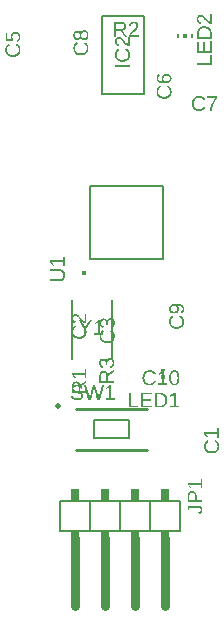
<source format=gbr>
G04 EAGLE Gerber X2 export*
%TF.Part,Single*%
%TF.FileFunction,Legend,Top,1*%
%TF.FilePolarity,Positive*%
%TF.GenerationSoftware,Autodesk,EAGLE,9.7.0*%
%TF.CreationDate,2022-05-09T14:20:26Z*%
G75*
%MOMM*%
%FSLAX46Y46*%
%LPD*%
%INSilkscreen Top*%
%AMOC8*
5,1,8,0,0,1.08239X$1,22.5*%
G01*
G04 Define Apertures*
%ADD10C,0.152400*%
%ADD11C,0.762000*%
%ADD12R,0.762000X0.508000*%
%ADD13R,0.762000X1.016000*%
%ADD14R,0.300000X0.150000*%
%ADD15R,0.300000X0.300000*%
%ADD16R,0.150000X0.300000*%
%ADD17C,0.254000*%
%ADD18C,0.127000*%
%ADD19C,0.508000*%
%ADD20C,0.200000*%
%ADD21C,0.447213*%
%ADD22C,0.203200*%
G36*
X20133109Y5521153D02*
X20179891Y5524500D01*
X20225019Y5530075D01*
X20268488Y5537884D01*
X20310303Y5547922D01*
X20350463Y5560191D01*
X20388966Y5574691D01*
X20425816Y5591419D01*
X20460794Y5610278D01*
X20493694Y5631163D01*
X20524513Y5654072D01*
X20553250Y5679006D01*
X20579909Y5705966D01*
X20604488Y5734950D01*
X20626988Y5765959D01*
X20647406Y5798997D01*
X20665572Y5833831D01*
X20681319Y5870244D01*
X20694641Y5908225D01*
X20705541Y5947781D01*
X20714016Y5988913D01*
X20720072Y6031619D01*
X20723703Y6075897D01*
X20724916Y6121750D01*
X20723616Y6166603D01*
X20719716Y6210075D01*
X20713216Y6252163D01*
X20704116Y6292869D01*
X20692416Y6332194D01*
X20678116Y6370138D01*
X20661213Y6406697D01*
X20641713Y6441875D01*
X20619722Y6475397D01*
X20595347Y6506988D01*
X20568594Y6536650D01*
X20539456Y6564384D01*
X20507941Y6590188D01*
X20474041Y6614063D01*
X20437763Y6636006D01*
X20399100Y6656022D01*
X20330784Y6519388D01*
X20361859Y6502572D01*
X20390931Y6484750D01*
X20417997Y6465922D01*
X20443056Y6446091D01*
X20466113Y6425250D01*
X20487166Y6403406D01*
X20506213Y6380553D01*
X20523253Y6356697D01*
X20538291Y6331834D01*
X20551322Y6305966D01*
X20562347Y6279091D01*
X20571372Y6251213D01*
X20578388Y6222325D01*
X20583400Y6192434D01*
X20586406Y6161534D01*
X20587409Y6129631D01*
X20585253Y6080359D01*
X20578788Y6033700D01*
X20568009Y5989653D01*
X20552922Y5948222D01*
X20533525Y5909403D01*
X20509816Y5873197D01*
X20481794Y5839609D01*
X20449463Y5808631D01*
X20413588Y5780816D01*
X20374931Y5756709D01*
X20333500Y5736313D01*
X20289291Y5719622D01*
X20242303Y5706644D01*
X20192538Y5697372D01*
X20139991Y5691806D01*
X20084669Y5689953D01*
X20028825Y5691731D01*
X19976034Y5697069D01*
X19926297Y5705966D01*
X19879609Y5718419D01*
X19835975Y5734431D01*
X19795391Y5754000D01*
X19757859Y5777128D01*
X19723378Y5803816D01*
X19692484Y5833703D01*
X19665709Y5866438D01*
X19643053Y5902019D01*
X19624516Y5940447D01*
X19610100Y5981722D01*
X19599800Y6025844D01*
X19593622Y6072813D01*
X19591563Y6122625D01*
X19592453Y6154697D01*
X19595122Y6185659D01*
X19599569Y6215513D01*
X19605797Y6244259D01*
X19613800Y6271897D01*
X19623588Y6298425D01*
X19635150Y6323847D01*
X19648494Y6348156D01*
X19663519Y6371100D01*
X19680134Y6392416D01*
X19698334Y6412103D01*
X19718125Y6430159D01*
X19739500Y6446588D01*
X19762463Y6461391D01*
X19787016Y6474563D01*
X19813153Y6486106D01*
X19760603Y6644634D01*
X19723884Y6627994D01*
X19689494Y6609163D01*
X19657431Y6588141D01*
X19627691Y6564931D01*
X19600281Y6539531D01*
X19575197Y6511944D01*
X19552438Y6482163D01*
X19532006Y6450194D01*
X19513941Y6416119D01*
X19498284Y6380016D01*
X19485038Y6341891D01*
X19474197Y6301738D01*
X19465769Y6259559D01*
X19459747Y6215356D01*
X19456134Y6169128D01*
X19454928Y6120875D01*
X19455584Y6086100D01*
X19457544Y6052284D01*
X19460809Y6019425D01*
X19465384Y5987525D01*
X19471266Y5956581D01*
X19478453Y5926597D01*
X19486950Y5897572D01*
X19496753Y5869503D01*
X19507859Y5842394D01*
X19520278Y5816241D01*
X19534000Y5791047D01*
X19549028Y5766809D01*
X19583009Y5721209D01*
X19622219Y5679444D01*
X19666038Y5642081D01*
X19713853Y5609703D01*
X19765666Y5582306D01*
X19793072Y5570475D01*
X19821475Y5559888D01*
X19850878Y5550550D01*
X19881278Y5542453D01*
X19912681Y5535603D01*
X19945081Y5530000D01*
X19978478Y5525641D01*
X20012875Y5522528D01*
X20048272Y5520659D01*
X20084669Y5520038D01*
X20133109Y5521153D01*
G37*
G36*
X20707400Y7635838D02*
X20573397Y7635838D01*
X20573397Y7335419D01*
X19473322Y7335419D01*
X19473322Y7190025D01*
X19673894Y6898366D01*
X19822788Y6898366D01*
X19623969Y7176888D01*
X20573397Y7176888D01*
X20573397Y6862456D01*
X20707400Y6862456D01*
X20707400Y7635838D01*
G37*
G36*
X16953331Y11295822D02*
X16978719Y11297731D01*
X17003297Y11300913D01*
X17027063Y11305366D01*
X17072163Y11318091D01*
X17114019Y11335909D01*
X17152631Y11358819D01*
X17188000Y11386819D01*
X17220128Y11419909D01*
X17249009Y11458091D01*
X17274566Y11501103D01*
X17296716Y11548688D01*
X17315459Y11600841D01*
X17330794Y11657566D01*
X17342719Y11718863D01*
X17351238Y11784728D01*
X17356350Y11855166D01*
X17358053Y11930175D01*
X17356431Y12006375D01*
X17351566Y12077756D01*
X17343459Y12144322D01*
X17332106Y12206069D01*
X17317509Y12263000D01*
X17299672Y12315113D01*
X17278591Y12362409D01*
X17254266Y12404888D01*
X17226531Y12442456D01*
X17195225Y12475013D01*
X17160350Y12502559D01*
X17121900Y12525100D01*
X17079881Y12542631D01*
X17057531Y12549519D01*
X17034288Y12555153D01*
X17010153Y12559534D01*
X16985125Y12562666D01*
X16959203Y12564544D01*
X16932388Y12565172D01*
X16904831Y12564550D01*
X16878216Y12562694D01*
X16852541Y12559597D01*
X16827806Y12555263D01*
X16804013Y12549688D01*
X16781159Y12542878D01*
X16738278Y12525538D01*
X16699156Y12503244D01*
X16663803Y12475997D01*
X16632209Y12443797D01*
X16604381Y12406641D01*
X16580056Y12364519D01*
X16558972Y12317413D01*
X16541134Y12265328D01*
X16526538Y12208259D01*
X16515188Y12146209D01*
X16507078Y12079181D01*
X16502213Y12007169D01*
X16500591Y11930175D01*
X16502263Y11854769D01*
X16507269Y11784019D01*
X16515619Y11717919D01*
X16527306Y11656472D01*
X16542331Y11599678D01*
X16560697Y11547538D01*
X16582403Y11500050D01*
X16607447Y11457216D01*
X16635816Y11419238D01*
X16667497Y11386325D01*
X16702491Y11358475D01*
X16740794Y11335691D01*
X16782413Y11317969D01*
X16827341Y11305313D01*
X16851047Y11300881D01*
X16875581Y11297716D01*
X16900944Y11295819D01*
X16927134Y11295184D01*
X16953331Y11295822D01*
G37*
%LPC*%
G36*
X16895034Y11425834D02*
X16863550Y11431541D01*
X16834438Y11441053D01*
X16807688Y11454369D01*
X16783309Y11471488D01*
X16761297Y11492413D01*
X16741650Y11517141D01*
X16724372Y11545675D01*
X16709284Y11578316D01*
X16696209Y11615359D01*
X16685144Y11656813D01*
X16676091Y11702672D01*
X16669050Y11752938D01*
X16664022Y11807613D01*
X16661003Y11866691D01*
X16659997Y11930175D01*
X16660991Y11995453D01*
X16663966Y12055972D01*
X16668928Y12111725D01*
X16675872Y12162716D01*
X16684803Y12208944D01*
X16695716Y12250409D01*
X16708616Y12287113D01*
X16723497Y12319056D01*
X16740650Y12346769D01*
X16760366Y12370784D01*
X16782638Y12391109D01*
X16807469Y12407734D01*
X16834859Y12420669D01*
X16864809Y12429906D01*
X16897319Y12435447D01*
X16932388Y12437297D01*
X16966609Y12435422D01*
X16998325Y12429797D01*
X17027534Y12420422D01*
X17054241Y12407297D01*
X17078444Y12390425D01*
X17100141Y12369800D01*
X17119334Y12345428D01*
X17136025Y12317303D01*
X17150497Y12285006D01*
X17163038Y12248113D01*
X17173653Y12206619D01*
X17182334Y12160525D01*
X17189088Y12109834D01*
X17193913Y12054547D01*
X17196806Y11994659D01*
X17197772Y11930175D01*
X17196759Y11867881D01*
X17193722Y11809747D01*
X17188656Y11755772D01*
X17181569Y11705956D01*
X17172453Y11660303D01*
X17161316Y11618809D01*
X17148150Y11581475D01*
X17132959Y11548303D01*
X17115594Y11519153D01*
X17095900Y11493891D01*
X17073878Y11472516D01*
X17049534Y11455025D01*
X17022863Y11441422D01*
X16993863Y11431706D01*
X16962538Y11425875D01*
X16928884Y11423931D01*
X16895034Y11425834D01*
G37*
%LPD*%
G36*
X14874428Y11296484D02*
X14917900Y11300384D01*
X14959988Y11306884D01*
X15000694Y11315984D01*
X15040019Y11327684D01*
X15077963Y11341984D01*
X15114522Y11358888D01*
X15149700Y11378388D01*
X15183222Y11400378D01*
X15214813Y11424753D01*
X15244475Y11451506D01*
X15272209Y11480644D01*
X15298013Y11512159D01*
X15321888Y11546059D01*
X15343831Y11582338D01*
X15363847Y11621000D01*
X15227213Y11689316D01*
X15210397Y11658241D01*
X15192575Y11629169D01*
X15173747Y11602103D01*
X15153916Y11577044D01*
X15133075Y11553988D01*
X15111231Y11532934D01*
X15088378Y11513888D01*
X15064522Y11496847D01*
X15039659Y11481809D01*
X15013791Y11468778D01*
X14986916Y11457753D01*
X14959038Y11448728D01*
X14930150Y11441713D01*
X14900259Y11436700D01*
X14869359Y11433694D01*
X14837456Y11432691D01*
X14788184Y11434847D01*
X14741525Y11441313D01*
X14697478Y11452091D01*
X14656047Y11467178D01*
X14617228Y11486575D01*
X14581022Y11510284D01*
X14547434Y11538306D01*
X14516456Y11570638D01*
X14488641Y11606513D01*
X14464534Y11645169D01*
X14444138Y11686600D01*
X14427447Y11730809D01*
X14414469Y11777797D01*
X14405197Y11827563D01*
X14399631Y11880109D01*
X14397778Y11935431D01*
X14399556Y11991275D01*
X14404894Y12044066D01*
X14413791Y12093803D01*
X14426244Y12140491D01*
X14442256Y12184125D01*
X14461825Y12224709D01*
X14484953Y12262241D01*
X14511641Y12296722D01*
X14541528Y12327616D01*
X14574263Y12354391D01*
X14609844Y12377047D01*
X14648272Y12395584D01*
X14689547Y12410000D01*
X14733669Y12420300D01*
X14780638Y12426478D01*
X14830450Y12428538D01*
X14862522Y12427647D01*
X14893484Y12424978D01*
X14923338Y12420531D01*
X14952084Y12414303D01*
X14979722Y12406300D01*
X15006250Y12396513D01*
X15031672Y12384950D01*
X15055981Y12371606D01*
X15078925Y12356581D01*
X15100241Y12339966D01*
X15119928Y12321766D01*
X15137984Y12301975D01*
X15154413Y12280600D01*
X15169216Y12257638D01*
X15182388Y12233084D01*
X15193931Y12206947D01*
X15352459Y12259497D01*
X15335819Y12296216D01*
X15316988Y12330606D01*
X15295966Y12362669D01*
X15272756Y12392409D01*
X15247356Y12419819D01*
X15219769Y12444903D01*
X15189988Y12467663D01*
X15158019Y12488094D01*
X15123944Y12506159D01*
X15087841Y12521816D01*
X15049716Y12535063D01*
X15009563Y12545903D01*
X14967384Y12554331D01*
X14923181Y12560353D01*
X14876953Y12563966D01*
X14828700Y12565172D01*
X14793925Y12564516D01*
X14760109Y12562556D01*
X14727250Y12559291D01*
X14695350Y12554716D01*
X14664406Y12548834D01*
X14634422Y12541647D01*
X14605397Y12533150D01*
X14577328Y12523347D01*
X14550219Y12512241D01*
X14524066Y12499822D01*
X14498872Y12486100D01*
X14474634Y12471072D01*
X14429034Y12437091D01*
X14387269Y12397881D01*
X14349906Y12354063D01*
X14317528Y12306247D01*
X14290131Y12254434D01*
X14278300Y12227028D01*
X14267713Y12198625D01*
X14258375Y12169222D01*
X14250278Y12138822D01*
X14243428Y12107419D01*
X14237825Y12075019D01*
X14233466Y12041622D01*
X14230353Y12007225D01*
X14228484Y11971828D01*
X14227863Y11935431D01*
X14228978Y11886991D01*
X14232325Y11840209D01*
X14237900Y11795081D01*
X14245709Y11751613D01*
X14255747Y11709797D01*
X14268016Y11669638D01*
X14282516Y11631134D01*
X14299244Y11594284D01*
X14318103Y11559306D01*
X14338988Y11526406D01*
X14361897Y11495588D01*
X14386831Y11466850D01*
X14413791Y11440191D01*
X14442775Y11415613D01*
X14473784Y11393113D01*
X14506822Y11372694D01*
X14541656Y11354528D01*
X14578069Y11338781D01*
X14616050Y11325459D01*
X14655606Y11314559D01*
X14696738Y11306084D01*
X14739444Y11300028D01*
X14783722Y11296397D01*
X14829575Y11295184D01*
X14874428Y11296484D01*
G37*
G36*
X16343663Y11446703D02*
X16043244Y11446703D01*
X16043244Y12546778D01*
X15897850Y12546778D01*
X15606191Y12346206D01*
X15606191Y12197313D01*
X15884713Y12396131D01*
X15884713Y11446703D01*
X15570281Y11446703D01*
X15570281Y11312700D01*
X16343663Y11312700D01*
X16343663Y11446703D01*
G37*
G36*
X8903109Y15231153D02*
X8949891Y15234500D01*
X8995019Y15240075D01*
X9038488Y15247884D01*
X9080303Y15257922D01*
X9120463Y15270191D01*
X9158966Y15284691D01*
X9195816Y15301419D01*
X9230794Y15320278D01*
X9263694Y15341163D01*
X9294513Y15364072D01*
X9323250Y15389006D01*
X9349909Y15415966D01*
X9374488Y15444950D01*
X9396988Y15475959D01*
X9417406Y15508997D01*
X9435572Y15543831D01*
X9451319Y15580244D01*
X9464641Y15618225D01*
X9475541Y15657781D01*
X9484016Y15698913D01*
X9490072Y15741619D01*
X9493703Y15785897D01*
X9494916Y15831750D01*
X9493616Y15876603D01*
X9489716Y15920075D01*
X9483216Y15962163D01*
X9474116Y16002869D01*
X9462416Y16042194D01*
X9448116Y16080138D01*
X9431213Y16116697D01*
X9411713Y16151875D01*
X9389722Y16185397D01*
X9365347Y16216988D01*
X9338594Y16246650D01*
X9309456Y16274384D01*
X9277941Y16300188D01*
X9244041Y16324063D01*
X9207763Y16346006D01*
X9169100Y16366022D01*
X9100784Y16229388D01*
X9131859Y16212572D01*
X9160931Y16194750D01*
X9187997Y16175922D01*
X9213056Y16156091D01*
X9236113Y16135250D01*
X9257166Y16113406D01*
X9276213Y16090553D01*
X9293253Y16066697D01*
X9308291Y16041834D01*
X9321322Y16015966D01*
X9332347Y15989091D01*
X9341372Y15961213D01*
X9348388Y15932325D01*
X9353400Y15902434D01*
X9356406Y15871534D01*
X9357409Y15839631D01*
X9355253Y15790359D01*
X9348788Y15743700D01*
X9338009Y15699653D01*
X9322922Y15658222D01*
X9303525Y15619403D01*
X9279816Y15583197D01*
X9251794Y15549609D01*
X9219463Y15518631D01*
X9183588Y15490816D01*
X9144931Y15466709D01*
X9103500Y15446313D01*
X9059291Y15429622D01*
X9012303Y15416644D01*
X8962538Y15407372D01*
X8909991Y15401806D01*
X8854669Y15399953D01*
X8798825Y15401731D01*
X8746034Y15407069D01*
X8696297Y15415966D01*
X8649609Y15428419D01*
X8605975Y15444431D01*
X8565391Y15464000D01*
X8527859Y15487128D01*
X8493378Y15513816D01*
X8462484Y15543703D01*
X8435709Y15576438D01*
X8413053Y15612019D01*
X8394516Y15650447D01*
X8380100Y15691722D01*
X8369800Y15735844D01*
X8363622Y15782813D01*
X8361563Y15832625D01*
X8362453Y15864697D01*
X8365122Y15895659D01*
X8369569Y15925513D01*
X8375797Y15954259D01*
X8383800Y15981897D01*
X8393588Y16008425D01*
X8405150Y16033847D01*
X8418494Y16058156D01*
X8433519Y16081100D01*
X8450134Y16102416D01*
X8468334Y16122103D01*
X8488125Y16140159D01*
X8509500Y16156588D01*
X8532463Y16171391D01*
X8557016Y16184563D01*
X8583153Y16196106D01*
X8530603Y16354634D01*
X8493884Y16337994D01*
X8459494Y16319163D01*
X8427431Y16298141D01*
X8397691Y16274931D01*
X8370281Y16249531D01*
X8345197Y16221944D01*
X8322438Y16192163D01*
X8302006Y16160194D01*
X8283941Y16126119D01*
X8268284Y16090016D01*
X8255038Y16051891D01*
X8244197Y16011738D01*
X8235769Y15969559D01*
X8229747Y15925356D01*
X8226134Y15879128D01*
X8224928Y15830875D01*
X8225584Y15796100D01*
X8227544Y15762284D01*
X8230809Y15729425D01*
X8235384Y15697525D01*
X8241266Y15666581D01*
X8248453Y15636597D01*
X8256950Y15607572D01*
X8266753Y15579503D01*
X8277859Y15552394D01*
X8290278Y15526241D01*
X8304000Y15501047D01*
X8319028Y15476809D01*
X8353009Y15431209D01*
X8392219Y15389444D01*
X8436038Y15352081D01*
X8483853Y15319703D01*
X8535666Y15292306D01*
X8563072Y15280475D01*
X8591475Y15269888D01*
X8620878Y15260550D01*
X8651278Y15252453D01*
X8682681Y15245603D01*
X8715081Y15240000D01*
X8748478Y15235641D01*
X8782875Y15232528D01*
X8818272Y15230659D01*
X8854669Y15230038D01*
X8903109Y15231153D01*
G37*
G36*
X9477400Y17343209D02*
X9343397Y17343209D01*
X9343397Y16699456D01*
X9312441Y16714675D01*
X9280881Y16734053D01*
X9248722Y16757591D01*
X9215959Y16785291D01*
X9181881Y16817641D01*
X9145781Y16855138D01*
X9107653Y16897781D01*
X9067503Y16945572D01*
X8997925Y17029706D01*
X8938094Y17099066D01*
X8888006Y17153641D01*
X8847663Y17193438D01*
X8812191Y17223847D01*
X8776719Y17250259D01*
X8741247Y17272675D01*
X8705775Y17291097D01*
X8670247Y17305466D01*
X8634609Y17315728D01*
X8598866Y17321888D01*
X8563009Y17323941D01*
X8523656Y17322372D01*
X8486619Y17317672D01*
X8451894Y17309838D01*
X8419478Y17298869D01*
X8389378Y17284766D01*
X8361591Y17267528D01*
X8336116Y17247159D01*
X8312953Y17223653D01*
X8292322Y17197234D01*
X8274444Y17168119D01*
X8259313Y17136309D01*
X8246934Y17101800D01*
X8237309Y17064597D01*
X8230431Y17024700D01*
X8226306Y16982103D01*
X8224928Y16936813D01*
X8226297Y16895297D01*
X8230403Y16855713D01*
X8237247Y16818059D01*
X8246825Y16782334D01*
X8259144Y16748538D01*
X8274197Y16716672D01*
X8291988Y16686734D01*
X8312516Y16658728D01*
X8335356Y16633103D01*
X8360084Y16610309D01*
X8386703Y16590350D01*
X8415209Y16573222D01*
X8445603Y16558928D01*
X8477888Y16547469D01*
X8512059Y16538838D01*
X8548119Y16533044D01*
X8563009Y16694200D01*
X8538956Y16697888D01*
X8516288Y16703259D01*
X8495000Y16710316D01*
X8475097Y16719053D01*
X8456572Y16729475D01*
X8439431Y16741578D01*
X8423672Y16755366D01*
X8409297Y16770838D01*
X8396466Y16787706D01*
X8385347Y16805681D01*
X8375941Y16824766D01*
X8368241Y16844956D01*
X8362253Y16866259D01*
X8357978Y16888669D01*
X8355413Y16912184D01*
X8354556Y16936813D01*
X8355431Y16962581D01*
X8358059Y16986900D01*
X8362438Y17009769D01*
X8368569Y17031184D01*
X8376453Y17051153D01*
X8386088Y17069669D01*
X8397472Y17086734D01*
X8410609Y17102350D01*
X8425338Y17116306D01*
X8441484Y17128406D01*
X8459056Y17138641D01*
X8478053Y17147019D01*
X8498469Y17153531D01*
X8520313Y17158184D01*
X8543575Y17160975D01*
X8568266Y17161906D01*
X8604941Y17159744D01*
X8639647Y17153256D01*
X8672381Y17142447D01*
X8703147Y17127309D01*
X8732597Y17108672D01*
X8761391Y17087350D01*
X8789528Y17063347D01*
X8817006Y17036659D01*
X8871309Y16977213D01*
X8925613Y16910975D01*
X8982216Y16841016D01*
X9043416Y16770400D01*
X9076097Y16735338D01*
X9110638Y16701097D01*
X9147041Y16667678D01*
X9185303Y16635081D01*
X9226003Y16604125D01*
X9269716Y16575631D01*
X9316434Y16549603D01*
X9366169Y16526038D01*
X9477400Y16526038D01*
X9477400Y17343209D01*
G37*
G36*
X11283109Y14864903D02*
X11329891Y14868250D01*
X11375019Y14873825D01*
X11418488Y14881634D01*
X11460303Y14891672D01*
X11500463Y14903941D01*
X11538966Y14918441D01*
X11575816Y14935169D01*
X11610794Y14954028D01*
X11643694Y14974913D01*
X11674513Y14997822D01*
X11703250Y15022756D01*
X11729909Y15049716D01*
X11754488Y15078700D01*
X11776988Y15109709D01*
X11797406Y15142747D01*
X11815572Y15177581D01*
X11831319Y15213994D01*
X11844641Y15251975D01*
X11855541Y15291531D01*
X11864016Y15332663D01*
X11870072Y15375369D01*
X11873703Y15419647D01*
X11874916Y15465500D01*
X11873616Y15510353D01*
X11869716Y15553825D01*
X11863216Y15595913D01*
X11854116Y15636619D01*
X11842416Y15675944D01*
X11828116Y15713888D01*
X11811213Y15750447D01*
X11791713Y15785625D01*
X11769722Y15819147D01*
X11745347Y15850738D01*
X11718594Y15880400D01*
X11689456Y15908134D01*
X11657941Y15933938D01*
X11624041Y15957813D01*
X11587763Y15979756D01*
X11549100Y15999772D01*
X11480784Y15863138D01*
X11511859Y15846322D01*
X11540931Y15828500D01*
X11567997Y15809672D01*
X11593056Y15789841D01*
X11616113Y15769000D01*
X11637166Y15747156D01*
X11656213Y15724303D01*
X11673253Y15700447D01*
X11688291Y15675584D01*
X11701322Y15649716D01*
X11712347Y15622841D01*
X11721372Y15594963D01*
X11728388Y15566075D01*
X11733400Y15536184D01*
X11736406Y15505284D01*
X11737409Y15473381D01*
X11735253Y15424109D01*
X11728788Y15377450D01*
X11718009Y15333403D01*
X11702922Y15291972D01*
X11683525Y15253153D01*
X11659816Y15216947D01*
X11631794Y15183359D01*
X11599463Y15152381D01*
X11563588Y15124566D01*
X11524931Y15100459D01*
X11483500Y15080063D01*
X11439291Y15063372D01*
X11392303Y15050394D01*
X11342538Y15041122D01*
X11289991Y15035556D01*
X11234669Y15033703D01*
X11178825Y15035481D01*
X11126034Y15040819D01*
X11076297Y15049716D01*
X11029609Y15062169D01*
X10985975Y15078181D01*
X10945391Y15097750D01*
X10907859Y15120878D01*
X10873378Y15147566D01*
X10842484Y15177453D01*
X10815709Y15210188D01*
X10793053Y15245769D01*
X10774516Y15284197D01*
X10760100Y15325472D01*
X10749800Y15369594D01*
X10743622Y15416563D01*
X10741563Y15466375D01*
X10742453Y15498447D01*
X10745122Y15529409D01*
X10749569Y15559263D01*
X10755797Y15588009D01*
X10763800Y15615647D01*
X10773588Y15642175D01*
X10785150Y15667597D01*
X10798494Y15691906D01*
X10813519Y15714850D01*
X10830134Y15736166D01*
X10848334Y15755853D01*
X10868125Y15773909D01*
X10889500Y15790338D01*
X10912463Y15805141D01*
X10937016Y15818313D01*
X10963153Y15829856D01*
X10910603Y15988384D01*
X10873884Y15971744D01*
X10839494Y15952913D01*
X10807431Y15931891D01*
X10777691Y15908681D01*
X10750281Y15883281D01*
X10725197Y15855694D01*
X10702438Y15825913D01*
X10682006Y15793944D01*
X10663941Y15759869D01*
X10648284Y15723766D01*
X10635038Y15685641D01*
X10624197Y15645488D01*
X10615769Y15603309D01*
X10609747Y15559106D01*
X10606134Y15512878D01*
X10604928Y15464625D01*
X10605584Y15429850D01*
X10607544Y15396034D01*
X10610809Y15363175D01*
X10615384Y15331275D01*
X10621266Y15300331D01*
X10628453Y15270347D01*
X10636950Y15241322D01*
X10646753Y15213253D01*
X10657859Y15186144D01*
X10670278Y15159991D01*
X10684000Y15134797D01*
X10699028Y15110559D01*
X10733009Y15064959D01*
X10772219Y15023194D01*
X10816038Y14985831D01*
X10863853Y14953453D01*
X10915666Y14926056D01*
X10943072Y14914225D01*
X10971475Y14903638D01*
X11000878Y14894300D01*
X11031278Y14886203D01*
X11062681Y14879353D01*
X11095081Y14873750D01*
X11128478Y14869391D01*
X11162875Y14866278D01*
X11198272Y14864409D01*
X11234669Y14863788D01*
X11283109Y14864903D01*
G37*
G36*
X11580459Y16144563D02*
X11618047Y16154066D01*
X11653103Y16166403D01*
X11685625Y16181572D01*
X11715616Y16199575D01*
X11743075Y16220413D01*
X11768003Y16244081D01*
X11790400Y16270581D01*
X11810209Y16299684D01*
X11827375Y16331153D01*
X11841903Y16364991D01*
X11853788Y16401194D01*
X11863031Y16439766D01*
X11869634Y16480706D01*
X11873594Y16524013D01*
X11874916Y16569688D01*
X11873450Y16618597D01*
X11869059Y16664606D01*
X11861738Y16707716D01*
X11851491Y16747922D01*
X11838309Y16785228D01*
X11822203Y16819634D01*
X11803166Y16851138D01*
X11781203Y16879738D01*
X11756569Y16905194D01*
X11729528Y16927253D01*
X11700075Y16945922D01*
X11668216Y16961194D01*
X11633950Y16973072D01*
X11597272Y16981556D01*
X11558188Y16986647D01*
X11516694Y16988344D01*
X11487763Y16987141D01*
X11460091Y16983528D01*
X11433678Y16977506D01*
X11408525Y16969075D01*
X11384631Y16958238D01*
X11361997Y16944991D01*
X11340619Y16929334D01*
X11320503Y16911269D01*
X11302000Y16891044D01*
X11285469Y16868900D01*
X11270906Y16844841D01*
X11258316Y16818866D01*
X11247697Y16790975D01*
X11239047Y16761169D01*
X11232369Y16729447D01*
X11227663Y16695809D01*
X11224159Y16695809D01*
X11216844Y16726403D01*
X11208038Y16755122D01*
X11197741Y16781966D01*
X11185950Y16806934D01*
X11172669Y16830028D01*
X11157894Y16851247D01*
X11141631Y16870591D01*
X11123872Y16888059D01*
X11104681Y16903559D01*
X11084103Y16916991D01*
X11062147Y16928356D01*
X11038806Y16937656D01*
X11014084Y16944888D01*
X10987978Y16950053D01*
X10960494Y16953153D01*
X10931622Y16954188D01*
X10894147Y16952578D01*
X10858791Y16947753D01*
X10825556Y16939716D01*
X10794444Y16928459D01*
X10765450Y16913988D01*
X10738578Y16896297D01*
X10713831Y16875394D01*
X10691200Y16851275D01*
X10670981Y16824253D01*
X10653456Y16794644D01*
X10638628Y16762450D01*
X10626497Y16727669D01*
X10617063Y16690300D01*
X10610322Y16650347D01*
X10606278Y16607806D01*
X10604928Y16562678D01*
X10606256Y16521166D01*
X10610241Y16481581D01*
X10616878Y16443925D01*
X10626169Y16408200D01*
X10638116Y16374406D01*
X10652719Y16342538D01*
X10669975Y16312603D01*
X10689888Y16284597D01*
X10712166Y16258969D01*
X10736528Y16236178D01*
X10762966Y16216219D01*
X10791488Y16199091D01*
X10822088Y16184797D01*
X10854766Y16173334D01*
X10889528Y16164706D01*
X10926369Y16158909D01*
X10938631Y16317441D01*
X10915009Y16320909D01*
X10892756Y16326063D01*
X10871875Y16332897D01*
X10852359Y16341416D01*
X10834213Y16351619D01*
X10817434Y16363506D01*
X10802025Y16377075D01*
X10787984Y16392325D01*
X10775463Y16409044D01*
X10764609Y16427003D01*
X10755425Y16446213D01*
X10747913Y16466663D01*
X10742069Y16488363D01*
X10737894Y16511306D01*
X10735391Y16535494D01*
X10734556Y16560928D01*
X10735453Y16588728D01*
X10738141Y16614766D01*
X10742625Y16639038D01*
X10748897Y16661541D01*
X10756966Y16682281D01*
X10766825Y16701256D01*
X10778478Y16718466D01*
X10791925Y16733909D01*
X10806916Y16747559D01*
X10823209Y16759391D01*
X10840800Y16769403D01*
X10859694Y16777594D01*
X10879888Y16783963D01*
X10901378Y16788513D01*
X10924172Y16791244D01*
X10948266Y16792153D01*
X10972550Y16791038D01*
X10995478Y16787691D01*
X11017053Y16782116D01*
X11037272Y16774309D01*
X11056138Y16764269D01*
X11073650Y16752000D01*
X11089803Y16737500D01*
X11104603Y16720772D01*
X11117844Y16702016D01*
X11129319Y16681441D01*
X11139031Y16659044D01*
X11146975Y16634828D01*
X11153153Y16608791D01*
X11157566Y16580934D01*
X11160216Y16551259D01*
X11161097Y16519763D01*
X11161097Y16433928D01*
X11297731Y16433928D01*
X11297731Y16523266D01*
X11298613Y16558759D01*
X11301263Y16592103D01*
X11305675Y16623297D01*
X11311853Y16652344D01*
X11319797Y16679244D01*
X11329506Y16703994D01*
X11340981Y16726594D01*
X11354222Y16747047D01*
X11369038Y16765213D01*
X11385234Y16780959D01*
X11402813Y16794281D01*
X11421772Y16805181D01*
X11442116Y16813659D01*
X11463841Y16819716D01*
X11486950Y16823350D01*
X11511438Y16824559D01*
X11539453Y16823500D01*
X11565688Y16820319D01*
X11590144Y16815016D01*
X11612819Y16807591D01*
X11633716Y16798044D01*
X11652834Y16786378D01*
X11670175Y16772591D01*
X11685734Y16756681D01*
X11699488Y16738913D01*
X11711406Y16719541D01*
X11721494Y16698566D01*
X11729747Y16675994D01*
X11736166Y16651819D01*
X11740750Y16626041D01*
X11743500Y16598666D01*
X11744416Y16569688D01*
X11743563Y16540822D01*
X11740994Y16513563D01*
X11736719Y16487913D01*
X11730731Y16463872D01*
X11723034Y16441438D01*
X11713625Y16420613D01*
X11702506Y16401397D01*
X11689675Y16383788D01*
X11675134Y16367784D01*
X11658884Y16353391D01*
X11640922Y16340606D01*
X11621250Y16329428D01*
X11599866Y16319859D01*
X11576772Y16311897D01*
X11551969Y16305544D01*
X11525453Y16300800D01*
X11540344Y16137891D01*
X11580459Y16144563D01*
G37*
G36*
X3297309Y39099503D02*
X3344091Y39102850D01*
X3389219Y39108425D01*
X3432688Y39116234D01*
X3474503Y39126272D01*
X3514663Y39138541D01*
X3553166Y39153041D01*
X3590016Y39169769D01*
X3624994Y39188628D01*
X3657894Y39209513D01*
X3688713Y39232422D01*
X3717450Y39257356D01*
X3744109Y39284316D01*
X3768688Y39313300D01*
X3791188Y39344309D01*
X3811606Y39377347D01*
X3829772Y39412181D01*
X3845519Y39448594D01*
X3858841Y39486575D01*
X3869741Y39526131D01*
X3878216Y39567263D01*
X3884272Y39609969D01*
X3887903Y39654247D01*
X3889116Y39700100D01*
X3887816Y39744953D01*
X3883916Y39788425D01*
X3877416Y39830513D01*
X3868316Y39871219D01*
X3856616Y39910544D01*
X3842316Y39948488D01*
X3825413Y39985047D01*
X3805913Y40020225D01*
X3783922Y40053747D01*
X3759547Y40085338D01*
X3732794Y40115000D01*
X3703656Y40142734D01*
X3672141Y40168538D01*
X3638241Y40192413D01*
X3601963Y40214356D01*
X3563300Y40234372D01*
X3494984Y40097738D01*
X3526059Y40080922D01*
X3555131Y40063100D01*
X3582197Y40044272D01*
X3607256Y40024441D01*
X3630313Y40003600D01*
X3651366Y39981756D01*
X3670413Y39958903D01*
X3687453Y39935047D01*
X3702491Y39910184D01*
X3715522Y39884316D01*
X3726547Y39857441D01*
X3735572Y39829563D01*
X3742588Y39800675D01*
X3747600Y39770784D01*
X3750606Y39739884D01*
X3751609Y39707981D01*
X3749453Y39658709D01*
X3742988Y39612050D01*
X3732209Y39568003D01*
X3717122Y39526572D01*
X3697725Y39487753D01*
X3674016Y39451547D01*
X3645994Y39417959D01*
X3613663Y39386981D01*
X3577788Y39359166D01*
X3539131Y39335059D01*
X3497700Y39314663D01*
X3453491Y39297972D01*
X3406503Y39284994D01*
X3356738Y39275722D01*
X3304191Y39270156D01*
X3248869Y39268303D01*
X3193025Y39270081D01*
X3140234Y39275419D01*
X3090497Y39284316D01*
X3043809Y39296769D01*
X3000175Y39312781D01*
X2959591Y39332350D01*
X2922059Y39355478D01*
X2887578Y39382166D01*
X2856684Y39412053D01*
X2829909Y39444788D01*
X2807253Y39480369D01*
X2788716Y39518797D01*
X2774300Y39560072D01*
X2764000Y39604194D01*
X2757822Y39651163D01*
X2755763Y39700975D01*
X2756653Y39733047D01*
X2759322Y39764009D01*
X2763769Y39793863D01*
X2769997Y39822609D01*
X2778000Y39850247D01*
X2787788Y39876775D01*
X2799350Y39902197D01*
X2812694Y39926506D01*
X2827719Y39949450D01*
X2844334Y39970766D01*
X2862534Y39990453D01*
X2882325Y40008509D01*
X2903700Y40024938D01*
X2926663Y40039741D01*
X2951216Y40052913D01*
X2977353Y40064456D01*
X2924803Y40222984D01*
X2888084Y40206344D01*
X2853694Y40187513D01*
X2821631Y40166491D01*
X2791891Y40143281D01*
X2764481Y40117881D01*
X2739397Y40090294D01*
X2716638Y40060513D01*
X2696206Y40028544D01*
X2678141Y39994469D01*
X2662484Y39958366D01*
X2649238Y39920241D01*
X2638397Y39880088D01*
X2629969Y39837909D01*
X2623947Y39793706D01*
X2620334Y39747478D01*
X2619128Y39699225D01*
X2619784Y39664450D01*
X2621744Y39630634D01*
X2625009Y39597775D01*
X2629584Y39565875D01*
X2635466Y39534931D01*
X2642653Y39504947D01*
X2651150Y39475922D01*
X2660953Y39447853D01*
X2672059Y39420744D01*
X2684478Y39394591D01*
X2698200Y39369397D01*
X2713228Y39345159D01*
X2747209Y39299559D01*
X2786419Y39257794D01*
X2830238Y39220431D01*
X2878053Y39188053D01*
X2929866Y39160656D01*
X2957272Y39148825D01*
X2985675Y39138238D01*
X3015078Y39128900D01*
X3045478Y39120803D01*
X3076881Y39113953D01*
X3109281Y39108350D01*
X3142678Y39103991D01*
X3177075Y39100878D01*
X3212472Y39099009D01*
X3248869Y39098388D01*
X3297309Y39099503D01*
G37*
G36*
X3630344Y40384219D02*
X3662875Y40394878D01*
X3693297Y40407975D01*
X3721613Y40423509D01*
X3747819Y40441478D01*
X3771919Y40461881D01*
X3793909Y40484722D01*
X3813794Y40510000D01*
X3831450Y40537534D01*
X3846750Y40567150D01*
X3859697Y40598844D01*
X3870288Y40632619D01*
X3878522Y40668475D01*
X3884406Y40706409D01*
X3887938Y40746425D01*
X3889116Y40788522D01*
X3887363Y40838575D01*
X3882109Y40885822D01*
X3873350Y40930266D01*
X3861091Y40971903D01*
X3845325Y41010734D01*
X3826056Y41046763D01*
X3803284Y41079981D01*
X3777009Y41110397D01*
X3747681Y41137597D01*
X3715753Y41161169D01*
X3681225Y41181116D01*
X3644097Y41197434D01*
X3604369Y41210128D01*
X3562041Y41219194D01*
X3517113Y41224634D01*
X3469584Y41226447D01*
X3427681Y41224759D01*
X3387800Y41219688D01*
X3349947Y41211238D01*
X3314119Y41199406D01*
X3280319Y41184194D01*
X3248541Y41165603D01*
X3218788Y41143631D01*
X3191063Y41118281D01*
X3166019Y41090081D01*
X3144313Y41059572D01*
X3125947Y41026747D01*
X3110922Y40991609D01*
X3099234Y40954159D01*
X3090888Y40914397D01*
X3085878Y40872322D01*
X3084209Y40827934D01*
X3085441Y40790616D01*
X3089134Y40754856D01*
X3095294Y40720656D01*
X3103916Y40688016D01*
X3115000Y40656938D01*
X3128550Y40627419D01*
X3144559Y40599459D01*
X3163034Y40573059D01*
X2771528Y40596709D01*
X2771528Y41154628D01*
X2637522Y41154628D01*
X2637522Y40453069D01*
X3301419Y40411903D01*
X3301419Y40566053D01*
X3279088Y40593644D01*
X3260256Y40621231D01*
X3244928Y40648822D01*
X3233103Y40676413D01*
X3224291Y40704547D01*
X3217994Y40733781D01*
X3214219Y40764106D01*
X3212959Y40795528D01*
X3214081Y40825397D01*
X3217447Y40853691D01*
X3223059Y40880409D01*
X3230913Y40905556D01*
X3241013Y40929131D01*
X3253356Y40951128D01*
X3267947Y40971553D01*
X3284778Y40990406D01*
X3303431Y41007341D01*
X3323481Y41022019D01*
X3344925Y41034438D01*
X3367766Y41044600D01*
X3392003Y41052503D01*
X3417634Y41058147D01*
X3444663Y41061534D01*
X3473088Y41062663D01*
X3505694Y41061541D01*
X3536506Y41058175D01*
X3565525Y41052563D01*
X3592750Y41044709D01*
X3618184Y41034609D01*
X3641828Y41022266D01*
X3663675Y41007675D01*
X3683731Y40990844D01*
X3701694Y40972025D01*
X3717259Y40951484D01*
X3730431Y40929219D01*
X3741209Y40905228D01*
X3749591Y40879513D01*
X3755578Y40852075D01*
X3759172Y40822913D01*
X3760369Y40792025D01*
X3759653Y40766800D01*
X3757509Y40742800D01*
X3753931Y40720022D01*
X3748928Y40698472D01*
X3742491Y40678147D01*
X3734625Y40659044D01*
X3725331Y40641169D01*
X3714603Y40624519D01*
X3702450Y40609091D01*
X3688863Y40594888D01*
X3673847Y40581913D01*
X3657400Y40570159D01*
X3639525Y40559631D01*
X3620219Y40550328D01*
X3599481Y40542253D01*
X3577316Y40535400D01*
X3595706Y40375994D01*
X3630344Y40384219D01*
G37*
G36*
X16153634Y36848638D02*
X16221034Y36853809D01*
X16284028Y36862431D01*
X16342613Y36874503D01*
X16396794Y36890022D01*
X16446566Y36908988D01*
X16491931Y36931406D01*
X16532894Y36957269D01*
X16569228Y36986391D01*
X16600716Y37018581D01*
X16627363Y37053834D01*
X16649163Y37092153D01*
X16666119Y37133534D01*
X16678225Y37177984D01*
X16685494Y37225500D01*
X16687309Y37250406D01*
X16687916Y37276081D01*
X16686150Y37321463D01*
X16680853Y37364322D01*
X16672028Y37404669D01*
X16659672Y37442494D01*
X16643784Y37477800D01*
X16624366Y37510591D01*
X16601416Y37540863D01*
X16574934Y37568616D01*
X16545400Y37593456D01*
X16513294Y37614981D01*
X16478616Y37633197D01*
X16441366Y37648100D01*
X16401541Y37659691D01*
X16359144Y37667972D01*
X16314175Y37672938D01*
X16266631Y37674594D01*
X16222675Y37673028D01*
X16181019Y37668328D01*
X16141659Y37660491D01*
X16104600Y37649525D01*
X16069841Y37635422D01*
X16037378Y37618184D01*
X16007216Y37597813D01*
X15979353Y37574309D01*
X15954309Y37548138D01*
X15932603Y37519759D01*
X15914238Y37489181D01*
X15899213Y37456397D01*
X15887525Y37421413D01*
X15879175Y37384222D01*
X15874169Y37344828D01*
X15872497Y37303231D01*
X15873147Y37278406D01*
X15875097Y37254294D01*
X15878350Y37230894D01*
X15882900Y37208203D01*
X15895900Y37164956D01*
X15914100Y37124559D01*
X15937284Y37087772D01*
X15965228Y37055366D01*
X15997938Y37027338D01*
X16035406Y37003691D01*
X15977606Y37004847D01*
X15923325Y37008316D01*
X15872559Y37014097D01*
X15825313Y37022194D01*
X15781581Y37032600D01*
X15741366Y37045322D01*
X15704669Y37060353D01*
X15671491Y37077700D01*
X15642031Y37097153D01*
X15616503Y37118509D01*
X15594900Y37141769D01*
X15577225Y37166928D01*
X15563478Y37193991D01*
X15553659Y37222956D01*
X15547769Y37253822D01*
X15545803Y37286591D01*
X15548159Y37324063D01*
X15555219Y37358084D01*
X15566991Y37388656D01*
X15583466Y37415781D01*
X15604650Y37439456D01*
X15630544Y37459681D01*
X15661144Y37476459D01*
X15696450Y37489791D01*
X15669300Y37640438D01*
X15638859Y37630541D01*
X15610384Y37619031D01*
X15583872Y37605909D01*
X15559325Y37591169D01*
X15536741Y37574816D01*
X15516122Y37556847D01*
X15497466Y37537263D01*
X15480772Y37516066D01*
X15466044Y37493253D01*
X15453278Y37468825D01*
X15442478Y37442781D01*
X15433641Y37415122D01*
X15426766Y37385850D01*
X15421856Y37354963D01*
X15418913Y37322459D01*
X15417928Y37288344D01*
X15418600Y37262228D01*
X15420613Y37236872D01*
X15423966Y37212278D01*
X15428659Y37188441D01*
X15434694Y37165366D01*
X15442072Y37143047D01*
X15460847Y37100691D01*
X15484988Y37061375D01*
X15514494Y37025094D01*
X15549363Y36991853D01*
X15589597Y36961650D01*
X15634841Y36934756D01*
X15684738Y36911453D01*
X15739288Y36891731D01*
X15798488Y36875597D01*
X15862344Y36863047D01*
X15930853Y36854084D01*
X16004013Y36848706D01*
X16081828Y36846913D01*
X16153634Y36848638D01*
G37*
%LPC*%
G36*
X16208491Y37020516D02*
X16182522Y37023697D01*
X16158075Y37029000D01*
X16135144Y37036425D01*
X16113734Y37045972D01*
X16093844Y37057638D01*
X16075472Y37071425D01*
X16058619Y37087334D01*
X16043528Y37104969D01*
X16030453Y37123928D01*
X16019388Y37144216D01*
X16010334Y37165834D01*
X16003294Y37188775D01*
X15998266Y37213047D01*
X15995247Y37238644D01*
X15994241Y37265572D01*
X15995378Y37294103D01*
X15998784Y37321022D01*
X16004466Y37346328D01*
X16012416Y37370016D01*
X16022638Y37392091D01*
X16035134Y37412550D01*
X16049900Y37431394D01*
X16066938Y37448625D01*
X16086069Y37464019D01*
X16107119Y37477363D01*
X16130081Y37488653D01*
X16154963Y37497891D01*
X16181756Y37505075D01*
X16210469Y37510209D01*
X16241097Y37513288D01*
X16273641Y37514313D01*
X16306244Y37513300D01*
X16337056Y37510263D01*
X16366075Y37505200D01*
X16393303Y37498109D01*
X16418738Y37488997D01*
X16442378Y37477856D01*
X16464228Y37464691D01*
X16484281Y37449500D01*
X16502244Y37432531D01*
X16517813Y37414028D01*
X16530984Y37393994D01*
X16541759Y37372425D01*
X16550144Y37349325D01*
X16556131Y37324691D01*
X16559722Y37298525D01*
X16560919Y37270825D01*
X16559497Y37243859D01*
X16555228Y37218138D01*
X16548109Y37193663D01*
X16538147Y37170431D01*
X16525338Y37148447D01*
X16509681Y37127706D01*
X16491181Y37108213D01*
X16469831Y37089963D01*
X16446250Y37073438D01*
X16421056Y37059116D01*
X16394247Y37046997D01*
X16365822Y37037081D01*
X16335784Y37029372D01*
X16304131Y37023863D01*
X16270863Y37020556D01*
X16235978Y37019456D01*
X16208491Y37020516D01*
G37*
%LPD*%
G36*
X16096109Y35551153D02*
X16142891Y35554500D01*
X16188019Y35560075D01*
X16231488Y35567884D01*
X16273303Y35577922D01*
X16313463Y35590191D01*
X16351966Y35604691D01*
X16388816Y35621419D01*
X16423794Y35640278D01*
X16456694Y35661163D01*
X16487513Y35684072D01*
X16516250Y35709006D01*
X16542909Y35735966D01*
X16567488Y35764950D01*
X16589988Y35795959D01*
X16610406Y35828997D01*
X16628572Y35863831D01*
X16644319Y35900244D01*
X16657641Y35938225D01*
X16668541Y35977781D01*
X16677016Y36018913D01*
X16683072Y36061619D01*
X16686703Y36105897D01*
X16687916Y36151750D01*
X16686616Y36196603D01*
X16682716Y36240075D01*
X16676216Y36282163D01*
X16667116Y36322869D01*
X16655416Y36362194D01*
X16641116Y36400138D01*
X16624213Y36436697D01*
X16604713Y36471875D01*
X16582722Y36505397D01*
X16558347Y36536988D01*
X16531594Y36566650D01*
X16502456Y36594384D01*
X16470941Y36620188D01*
X16437041Y36644063D01*
X16400763Y36666006D01*
X16362100Y36686022D01*
X16293784Y36549388D01*
X16324859Y36532572D01*
X16353931Y36514750D01*
X16380997Y36495922D01*
X16406056Y36476091D01*
X16429113Y36455250D01*
X16450166Y36433406D01*
X16469213Y36410553D01*
X16486253Y36386697D01*
X16501291Y36361834D01*
X16514322Y36335966D01*
X16525347Y36309091D01*
X16534372Y36281213D01*
X16541388Y36252325D01*
X16546400Y36222434D01*
X16549406Y36191534D01*
X16550409Y36159631D01*
X16548253Y36110359D01*
X16541788Y36063700D01*
X16531009Y36019653D01*
X16515922Y35978222D01*
X16496525Y35939403D01*
X16472816Y35903197D01*
X16444794Y35869609D01*
X16412463Y35838631D01*
X16376588Y35810816D01*
X16337931Y35786709D01*
X16296500Y35766313D01*
X16252291Y35749622D01*
X16205303Y35736644D01*
X16155538Y35727372D01*
X16102991Y35721806D01*
X16047669Y35719953D01*
X15991825Y35721731D01*
X15939034Y35727069D01*
X15889297Y35735966D01*
X15842609Y35748419D01*
X15798975Y35764431D01*
X15758391Y35784000D01*
X15720859Y35807128D01*
X15686378Y35833816D01*
X15655484Y35863703D01*
X15628709Y35896438D01*
X15606053Y35932019D01*
X15587516Y35970447D01*
X15573100Y36011722D01*
X15562800Y36055844D01*
X15556622Y36102813D01*
X15554563Y36152625D01*
X15555453Y36184697D01*
X15558122Y36215659D01*
X15562569Y36245513D01*
X15568797Y36274259D01*
X15576800Y36301897D01*
X15586588Y36328425D01*
X15598150Y36353847D01*
X15611494Y36378156D01*
X15626519Y36401100D01*
X15643134Y36422416D01*
X15661334Y36442103D01*
X15681125Y36460159D01*
X15702500Y36476588D01*
X15725463Y36491391D01*
X15750016Y36504563D01*
X15776153Y36516106D01*
X15723603Y36674634D01*
X15686884Y36657994D01*
X15652494Y36639163D01*
X15620431Y36618141D01*
X15590691Y36594931D01*
X15563281Y36569531D01*
X15538197Y36541944D01*
X15515438Y36512163D01*
X15495006Y36480194D01*
X15476941Y36446119D01*
X15461284Y36410016D01*
X15448038Y36371891D01*
X15437197Y36331738D01*
X15428769Y36289559D01*
X15422747Y36245356D01*
X15419134Y36199128D01*
X15417928Y36150875D01*
X15418584Y36116100D01*
X15420544Y36082284D01*
X15423809Y36049425D01*
X15428384Y36017525D01*
X15434266Y35986581D01*
X15441453Y35956597D01*
X15449950Y35927572D01*
X15459753Y35899503D01*
X15470859Y35872394D01*
X15483278Y35846241D01*
X15497000Y35821047D01*
X15512028Y35796809D01*
X15546009Y35751209D01*
X15585219Y35709444D01*
X15629038Y35672081D01*
X15676853Y35639703D01*
X15728666Y35612306D01*
X15756072Y35600475D01*
X15784475Y35589888D01*
X15813878Y35580550D01*
X15844278Y35572453D01*
X15875681Y35565603D01*
X15908081Y35560000D01*
X15941478Y35555641D01*
X15975875Y35552528D01*
X16011272Y35550659D01*
X16047669Y35550038D01*
X16096109Y35551153D01*
G37*
G36*
X19060303Y34511484D02*
X19103775Y34515384D01*
X19145863Y34521884D01*
X19186569Y34530984D01*
X19225894Y34542684D01*
X19263838Y34556984D01*
X19300397Y34573888D01*
X19335575Y34593388D01*
X19369097Y34615378D01*
X19400688Y34639753D01*
X19430350Y34666506D01*
X19458084Y34695644D01*
X19483888Y34727159D01*
X19507763Y34761059D01*
X19529706Y34797338D01*
X19549722Y34836000D01*
X19413088Y34904316D01*
X19396272Y34873241D01*
X19378450Y34844169D01*
X19359622Y34817103D01*
X19339791Y34792044D01*
X19318950Y34768988D01*
X19297106Y34747934D01*
X19274253Y34728888D01*
X19250397Y34711847D01*
X19225534Y34696809D01*
X19199666Y34683778D01*
X19172791Y34672753D01*
X19144913Y34663728D01*
X19116025Y34656713D01*
X19086134Y34651700D01*
X19055234Y34648694D01*
X19023331Y34647691D01*
X18974059Y34649847D01*
X18927400Y34656313D01*
X18883353Y34667091D01*
X18841922Y34682178D01*
X18803103Y34701575D01*
X18766897Y34725284D01*
X18733309Y34753306D01*
X18702331Y34785638D01*
X18674516Y34821513D01*
X18650409Y34860169D01*
X18630013Y34901600D01*
X18613322Y34945809D01*
X18600344Y34992797D01*
X18591072Y35042563D01*
X18585506Y35095109D01*
X18583653Y35150431D01*
X18585431Y35206275D01*
X18590769Y35259066D01*
X18599666Y35308803D01*
X18612119Y35355491D01*
X18628131Y35399125D01*
X18647700Y35439709D01*
X18670828Y35477241D01*
X18697516Y35511722D01*
X18727403Y35542616D01*
X18760138Y35569391D01*
X18795719Y35592047D01*
X18834147Y35610584D01*
X18875422Y35625000D01*
X18919544Y35635300D01*
X18966513Y35641478D01*
X19016325Y35643538D01*
X19048397Y35642647D01*
X19079359Y35639978D01*
X19109213Y35635531D01*
X19137959Y35629303D01*
X19165597Y35621300D01*
X19192125Y35611513D01*
X19217547Y35599950D01*
X19241856Y35586606D01*
X19264800Y35571581D01*
X19286116Y35554966D01*
X19305803Y35536766D01*
X19323859Y35516975D01*
X19340288Y35495600D01*
X19355091Y35472638D01*
X19368263Y35448084D01*
X19379806Y35421947D01*
X19538334Y35474497D01*
X19521694Y35511216D01*
X19502863Y35545606D01*
X19481841Y35577669D01*
X19458631Y35607409D01*
X19433231Y35634819D01*
X19405644Y35659903D01*
X19375863Y35682663D01*
X19343894Y35703094D01*
X19309819Y35721159D01*
X19273716Y35736816D01*
X19235591Y35750063D01*
X19195438Y35760903D01*
X19153259Y35769331D01*
X19109056Y35775353D01*
X19062828Y35778966D01*
X19014575Y35780172D01*
X18979800Y35779516D01*
X18945984Y35777556D01*
X18913125Y35774291D01*
X18881225Y35769716D01*
X18850281Y35763834D01*
X18820297Y35756647D01*
X18791272Y35748150D01*
X18763203Y35738347D01*
X18736094Y35727241D01*
X18709941Y35714822D01*
X18684747Y35701100D01*
X18660509Y35686072D01*
X18614909Y35652091D01*
X18573144Y35612881D01*
X18535781Y35569063D01*
X18503403Y35521247D01*
X18476006Y35469434D01*
X18464175Y35442028D01*
X18453588Y35413625D01*
X18444250Y35384222D01*
X18436153Y35353822D01*
X18429303Y35322419D01*
X18423700Y35290019D01*
X18419341Y35256622D01*
X18416228Y35222225D01*
X18414359Y35186828D01*
X18413738Y35150431D01*
X18414853Y35101991D01*
X18418200Y35055209D01*
X18423775Y35010081D01*
X18431584Y34966613D01*
X18441622Y34924797D01*
X18453891Y34884638D01*
X18468391Y34846134D01*
X18485119Y34809284D01*
X18503978Y34774306D01*
X18524863Y34741406D01*
X18547772Y34710588D01*
X18572706Y34681850D01*
X18599666Y34655191D01*
X18628650Y34630613D01*
X18659659Y34608113D01*
X18692697Y34587694D01*
X18727531Y34569528D01*
X18763944Y34553781D01*
X18801925Y34540459D01*
X18841481Y34529559D01*
X18882613Y34521084D01*
X18925319Y34515028D01*
X18969597Y34511397D01*
X19015450Y34510184D01*
X19060303Y34511484D01*
G37*
G36*
X20104481Y34570219D02*
X20106306Y34612381D01*
X20113616Y34695644D01*
X20125794Y34777481D01*
X20142847Y34857897D01*
X20164769Y34937872D01*
X20191566Y35018397D01*
X20223234Y35099469D01*
X20259772Y35181084D01*
X20305700Y35270806D01*
X20365531Y35376181D01*
X20439269Y35497216D01*
X20526909Y35633903D01*
X20526909Y35761778D01*
X19711488Y35761778D01*
X19711488Y35627772D01*
X20374509Y35627772D01*
X20317928Y35543834D01*
X20265547Y35462372D01*
X20217369Y35383388D01*
X20173391Y35306881D01*
X20133616Y35232850D01*
X20098041Y35161297D01*
X20066669Y35092222D01*
X20039497Y35025622D01*
X20015991Y34960650D01*
X19995622Y34896459D01*
X19978384Y34833050D01*
X19964281Y34770419D01*
X19953313Y34708569D01*
X19945478Y34647500D01*
X19940778Y34587209D01*
X19939209Y34527700D01*
X20103872Y34527700D01*
X20104481Y34570219D01*
G37*
G36*
X9335047Y40510869D02*
X9374488Y40516103D01*
X9411466Y40524828D01*
X9445978Y40537044D01*
X9478031Y40552747D01*
X9507619Y40571941D01*
X9534741Y40594622D01*
X9559403Y40620797D01*
X9581366Y40650063D01*
X9600403Y40682025D01*
X9616509Y40716681D01*
X9629691Y40754034D01*
X9639938Y40794084D01*
X9647259Y40836831D01*
X9651650Y40882272D01*
X9653116Y40930409D01*
X9651625Y40979731D01*
X9647150Y41026097D01*
X9639691Y41069506D01*
X9629253Y41109959D01*
X9615825Y41147459D01*
X9599419Y41182000D01*
X9580025Y41213584D01*
X9557650Y41242216D01*
X9532606Y41267669D01*
X9505209Y41289731D01*
X9475456Y41308397D01*
X9443350Y41323669D01*
X9408891Y41335547D01*
X9372078Y41344031D01*
X9332913Y41349125D01*
X9291391Y41350822D01*
X9261591Y41349794D01*
X9233066Y41346716D01*
X9205809Y41341584D01*
X9179828Y41334397D01*
X9155119Y41325159D01*
X9131684Y41313872D01*
X9109522Y41300528D01*
X9088631Y41285131D01*
X9084878Y41281778D01*
X9069341Y41267888D01*
X9051981Y41249003D01*
X9036550Y41228475D01*
X9023050Y41206303D01*
X9011481Y41182494D01*
X9001838Y41157038D01*
X8994128Y41129941D01*
X8988344Y41101203D01*
X8984841Y41101203D01*
X8978888Y41125931D01*
X8971103Y41149319D01*
X8961481Y41171366D01*
X8950025Y41192072D01*
X8936738Y41211438D01*
X8923100Y41227688D01*
X8921616Y41229459D01*
X8904659Y41246144D01*
X8885869Y41261484D01*
X8865741Y41275238D01*
X8844759Y41287156D01*
X8822931Y41297244D01*
X8800256Y41305494D01*
X8776731Y41311913D01*
X8752356Y41316497D01*
X8727134Y41319250D01*
X8701066Y41320166D01*
X8665441Y41318516D01*
X8631709Y41313569D01*
X8599863Y41305325D01*
X8569906Y41293781D01*
X8541838Y41278938D01*
X8515656Y41260800D01*
X8491366Y41239363D01*
X8468963Y41214625D01*
X8448847Y41187044D01*
X8431413Y41157066D01*
X8416659Y41124694D01*
X8404588Y41089925D01*
X8395200Y41052763D01*
X8388494Y41013206D01*
X8384472Y40971253D01*
X8383128Y40926906D01*
X8384497Y40883588D01*
X8388603Y40842525D01*
X8395447Y40803719D01*
X8405025Y40767172D01*
X8417344Y40732884D01*
X8432397Y40700853D01*
X8450188Y40671081D01*
X8470716Y40643569D01*
X8493447Y40618831D01*
X8517847Y40597394D01*
X8543919Y40579253D01*
X8571656Y40564413D01*
X8601066Y40552869D01*
X8632147Y40544625D01*
X8664894Y40539678D01*
X8699313Y40538028D01*
X8725384Y40538938D01*
X8750606Y40541669D01*
X8774978Y40546219D01*
X8798503Y40552588D01*
X8821181Y40560778D01*
X8843009Y40570791D01*
X8863988Y40582622D01*
X8884119Y40596272D01*
X8902963Y40611497D01*
X8920084Y40628050D01*
X8935478Y40645928D01*
X8949150Y40665138D01*
X8961097Y40685672D01*
X8971322Y40707534D01*
X8979819Y40730722D01*
X8986594Y40755241D01*
X8990097Y40755241D01*
X8995488Y40728909D01*
X9002906Y40703784D01*
X9012350Y40679863D01*
X9023819Y40657144D01*
X9037309Y40635631D01*
X9052831Y40615322D01*
X9070375Y40596219D01*
X9089944Y40578316D01*
X9111128Y40562100D01*
X9133519Y40548044D01*
X9157113Y40536153D01*
X9181909Y40526422D01*
X9207909Y40518853D01*
X9235116Y40513450D01*
X9263528Y40510206D01*
X9293144Y40509125D01*
X9335047Y40510869D01*
G37*
%LPC*%
G36*
X9253366Y40673088D02*
X9228194Y40676250D01*
X9204481Y40681519D01*
X9182238Y40688894D01*
X9161456Y40698378D01*
X9142141Y40709969D01*
X9124288Y40723669D01*
X9107900Y40739475D01*
X9093222Y40757156D01*
X9080500Y40776478D01*
X9069738Y40797444D01*
X9060931Y40820053D01*
X9054081Y40844303D01*
X9049191Y40870197D01*
X9046253Y40897731D01*
X9045275Y40926906D01*
X9046184Y40956919D01*
X9048916Y40985206D01*
X9053466Y41011769D01*
X9059838Y41036609D01*
X9068028Y41059722D01*
X9078038Y41081113D01*
X9089869Y41100778D01*
X9103519Y41118719D01*
X9118963Y41134731D01*
X9136172Y41148606D01*
X9155147Y41160350D01*
X9175888Y41169956D01*
X9198394Y41177428D01*
X9222663Y41182766D01*
X9248700Y41185969D01*
X9276500Y41187034D01*
X9309078Y41186050D01*
X9339372Y41183094D01*
X9367378Y41178169D01*
X9393100Y41171272D01*
X9416534Y41162403D01*
X9437684Y41151563D01*
X9456550Y41138753D01*
X9473131Y41123975D01*
X9487603Y41107181D01*
X9500144Y41088338D01*
X9510759Y41067441D01*
X9519441Y41044491D01*
X9526194Y41019488D01*
X9531019Y40992431D01*
X9533913Y40963325D01*
X9534878Y40932163D01*
X9533881Y40900663D01*
X9530897Y40871194D01*
X9525919Y40843759D01*
X9518950Y40818356D01*
X9509988Y40794984D01*
X9499038Y40773647D01*
X9486094Y40754341D01*
X9471159Y40737066D01*
X9454234Y40721825D01*
X9435319Y40708613D01*
X9414409Y40697438D01*
X9391513Y40688291D01*
X9366622Y40681178D01*
X9339741Y40676097D01*
X9310869Y40673050D01*
X9280003Y40672034D01*
X9253366Y40673088D01*
G37*
G36*
X8684575Y40700094D02*
X8660941Y40702825D01*
X8638919Y40707375D01*
X8618516Y40713747D01*
X8599725Y40721938D01*
X8582550Y40731947D01*
X8566991Y40743778D01*
X8553047Y40757428D01*
X8540728Y40772819D01*
X8530053Y40789863D01*
X8521022Y40808566D01*
X8513631Y40828922D01*
X8507884Y40850934D01*
X8503778Y40874603D01*
X8501316Y40899928D01*
X8500494Y40926906D01*
X8501313Y40954694D01*
X8503766Y40980691D01*
X8507853Y41004894D01*
X8513578Y41027303D01*
X8520938Y41047919D01*
X8529931Y41066744D01*
X8540563Y41083775D01*
X8552825Y41099013D01*
X8566728Y41112459D01*
X8582263Y41124113D01*
X8599434Y41133972D01*
X8618241Y41142038D01*
X8638684Y41148313D01*
X8660763Y41152797D01*
X8684475Y41155484D01*
X8709822Y41156381D01*
X8737516Y41155472D01*
X8763222Y41152741D01*
X8786947Y41148191D01*
X8808684Y41141819D01*
X8828441Y41133628D01*
X8846209Y41123619D01*
X8861997Y41111788D01*
X8875797Y41098138D01*
X8887806Y41082747D01*
X8898216Y41065703D01*
X8907022Y41047003D01*
X8914225Y41026644D01*
X8919831Y41004631D01*
X8923834Y40980963D01*
X8926234Y40955641D01*
X8927034Y40928659D01*
X8926166Y40902063D01*
X8923559Y40877009D01*
X8919216Y40853506D01*
X8913131Y40831547D01*
X8905309Y40811138D01*
X8895750Y40792272D01*
X8884453Y40774953D01*
X8871419Y40759181D01*
X8856728Y40745119D01*
X8840463Y40732931D01*
X8822625Y40722622D01*
X8803213Y40714184D01*
X8782225Y40707622D01*
X8759666Y40702934D01*
X8735531Y40700122D01*
X8709822Y40699184D01*
X8684575Y40700094D01*
G37*
%LPD*%
G36*
X9061309Y39226503D02*
X9108091Y39229850D01*
X9153219Y39235425D01*
X9196688Y39243234D01*
X9238503Y39253272D01*
X9278663Y39265541D01*
X9317166Y39280041D01*
X9354016Y39296769D01*
X9388994Y39315628D01*
X9421894Y39336513D01*
X9452713Y39359422D01*
X9481450Y39384356D01*
X9508109Y39411316D01*
X9532688Y39440300D01*
X9555188Y39471309D01*
X9575606Y39504347D01*
X9593772Y39539181D01*
X9609519Y39575594D01*
X9622841Y39613575D01*
X9633741Y39653131D01*
X9642216Y39694263D01*
X9648272Y39736969D01*
X9651903Y39781247D01*
X9653116Y39827100D01*
X9651816Y39871953D01*
X9647916Y39915425D01*
X9641416Y39957513D01*
X9632316Y39998219D01*
X9620616Y40037544D01*
X9606316Y40075488D01*
X9589413Y40112047D01*
X9569913Y40147225D01*
X9547922Y40180747D01*
X9523547Y40212338D01*
X9496794Y40242000D01*
X9467656Y40269734D01*
X9436141Y40295538D01*
X9402241Y40319413D01*
X9365963Y40341356D01*
X9327300Y40361372D01*
X9258984Y40224738D01*
X9290059Y40207922D01*
X9319131Y40190100D01*
X9346197Y40171272D01*
X9371256Y40151441D01*
X9394313Y40130600D01*
X9415366Y40108756D01*
X9434413Y40085903D01*
X9451453Y40062047D01*
X9466491Y40037184D01*
X9479522Y40011316D01*
X9490547Y39984441D01*
X9499572Y39956563D01*
X9506588Y39927675D01*
X9511600Y39897784D01*
X9514606Y39866884D01*
X9515609Y39834981D01*
X9513453Y39785709D01*
X9506988Y39739050D01*
X9496209Y39695003D01*
X9481122Y39653572D01*
X9461725Y39614753D01*
X9438016Y39578547D01*
X9409994Y39544959D01*
X9377663Y39513981D01*
X9341788Y39486166D01*
X9303131Y39462059D01*
X9261700Y39441663D01*
X9217491Y39424972D01*
X9170503Y39411994D01*
X9120738Y39402722D01*
X9068191Y39397156D01*
X9012869Y39395303D01*
X8957025Y39397081D01*
X8904234Y39402419D01*
X8854497Y39411316D01*
X8807809Y39423769D01*
X8764175Y39439781D01*
X8723591Y39459350D01*
X8686059Y39482478D01*
X8651578Y39509166D01*
X8620684Y39539053D01*
X8593909Y39571788D01*
X8571253Y39607369D01*
X8552716Y39645797D01*
X8538300Y39687072D01*
X8528000Y39731194D01*
X8521822Y39778163D01*
X8519763Y39827975D01*
X8520653Y39860047D01*
X8523322Y39891009D01*
X8527769Y39920863D01*
X8533997Y39949609D01*
X8542000Y39977247D01*
X8551788Y40003775D01*
X8563350Y40029197D01*
X8576694Y40053506D01*
X8591719Y40076450D01*
X8608334Y40097766D01*
X8626534Y40117453D01*
X8646325Y40135509D01*
X8667700Y40151938D01*
X8690663Y40166741D01*
X8715216Y40179913D01*
X8741353Y40191456D01*
X8688803Y40349984D01*
X8652084Y40333344D01*
X8617694Y40314513D01*
X8585631Y40293491D01*
X8555891Y40270281D01*
X8528481Y40244881D01*
X8503397Y40217294D01*
X8480638Y40187513D01*
X8460206Y40155544D01*
X8442141Y40121469D01*
X8426484Y40085366D01*
X8413238Y40047241D01*
X8402397Y40007088D01*
X8393969Y39964909D01*
X8387947Y39920706D01*
X8384334Y39874478D01*
X8383128Y39826225D01*
X8383784Y39791450D01*
X8385744Y39757634D01*
X8389009Y39724775D01*
X8393584Y39692875D01*
X8399466Y39661931D01*
X8406653Y39631947D01*
X8415150Y39602922D01*
X8424953Y39574853D01*
X8436059Y39547744D01*
X8448478Y39521591D01*
X8462200Y39496397D01*
X8477228Y39472159D01*
X8511209Y39426559D01*
X8550419Y39384794D01*
X8594238Y39347431D01*
X8642053Y39315053D01*
X8693866Y39287656D01*
X8721272Y39275825D01*
X8749675Y39265238D01*
X8779078Y39255900D01*
X8809478Y39247803D01*
X8840881Y39240953D01*
X8873281Y39235350D01*
X8906678Y39230991D01*
X8941075Y39227878D01*
X8976472Y39226009D01*
X9012869Y39225388D01*
X9061309Y39226503D01*
G37*
G36*
X16946000Y17371466D02*
X16989588Y17376147D01*
X17030847Y17383947D01*
X17069781Y17394869D01*
X17106391Y17408909D01*
X17140672Y17426069D01*
X17172625Y17446350D01*
X17202253Y17469753D01*
X17228941Y17495756D01*
X17252069Y17523838D01*
X17271638Y17554000D01*
X17287650Y17586241D01*
X17300103Y17620566D01*
X17309000Y17656966D01*
X17314338Y17695450D01*
X17316116Y17736013D01*
X17315369Y17761153D01*
X17313131Y17785772D01*
X17309403Y17809872D01*
X17304181Y17833450D01*
X17297469Y17856513D01*
X17289266Y17879050D01*
X17279569Y17901069D01*
X17268381Y17922569D01*
X17255963Y17943028D01*
X17242572Y17961928D01*
X17228209Y17979269D01*
X17212875Y17995047D01*
X17196569Y18009266D01*
X17179291Y18021925D01*
X17161041Y18033022D01*
X17141822Y18042563D01*
X17198600Y18040578D01*
X17252013Y18036375D01*
X17302059Y18029956D01*
X17348741Y18021322D01*
X17392056Y18010469D01*
X17432003Y17997400D01*
X17468581Y17982116D01*
X17501797Y17964609D01*
X17531356Y17945041D01*
X17556975Y17923556D01*
X17578653Y17900153D01*
X17596388Y17874834D01*
X17610184Y17847603D01*
X17620038Y17818453D01*
X17625950Y17787388D01*
X17627919Y17754406D01*
X17627319Y17734706D01*
X17625513Y17715897D01*
X17618284Y17680944D01*
X17606244Y17649550D01*
X17589381Y17621713D01*
X17567706Y17597438D01*
X17541209Y17576716D01*
X17509897Y17559556D01*
X17473769Y17545953D01*
X17497419Y17395306D01*
X17530188Y17405494D01*
X17560616Y17417228D01*
X17588706Y17430509D01*
X17614453Y17445338D01*
X17637863Y17461713D01*
X17658931Y17479634D01*
X17677659Y17499100D01*
X17694047Y17520116D01*
X17708313Y17542797D01*
X17720678Y17567275D01*
X17731141Y17593544D01*
X17739697Y17621603D01*
X17746356Y17651459D01*
X17751113Y17683106D01*
X17753966Y17716547D01*
X17754916Y17751778D01*
X17754247Y17778216D01*
X17752247Y17803884D01*
X17748913Y17828784D01*
X17744241Y17852913D01*
X17738238Y17876272D01*
X17730900Y17898859D01*
X17712222Y17941728D01*
X17688203Y17981519D01*
X17658847Y18018228D01*
X17624156Y18051859D01*
X17584128Y18082413D01*
X17539131Y18109613D01*
X17489534Y18133184D01*
X17435341Y18153131D01*
X17376550Y18169450D01*
X17313159Y18182144D01*
X17245172Y18191209D01*
X17172584Y18196650D01*
X17095400Y18198463D01*
X17021378Y18196809D01*
X16952144Y18191841D01*
X16887700Y18183559D01*
X16828047Y18171969D01*
X16773181Y18157066D01*
X16723106Y18138850D01*
X16677822Y18117325D01*
X16637328Y18092484D01*
X16601609Y18064431D01*
X16570653Y18033256D01*
X16544459Y17998959D01*
X16523028Y17961544D01*
X16506359Y17921009D01*
X16494453Y17877353D01*
X16487309Y17830578D01*
X16485525Y17806019D01*
X16484928Y17780681D01*
X16486659Y17733619D01*
X16491853Y17689209D01*
X16500509Y17647456D01*
X16512628Y17608356D01*
X16528209Y17571913D01*
X16547253Y17538125D01*
X16569756Y17506991D01*
X16595725Y17478513D01*
X16624719Y17453056D01*
X16656297Y17430997D01*
X16690463Y17412328D01*
X16727213Y17397056D01*
X16766550Y17385178D01*
X16808475Y17376694D01*
X16852988Y17371603D01*
X16900084Y17369906D01*
X16946000Y17371466D01*
G37*
%LPC*%
G36*
X16867875Y17531213D02*
X16837378Y17534294D01*
X16808591Y17539425D01*
X16781516Y17546609D01*
X16756150Y17555847D01*
X16732497Y17567138D01*
X16710550Y17580481D01*
X16690319Y17595875D01*
X16672150Y17613050D01*
X16656406Y17631731D01*
X16643084Y17651916D01*
X16632181Y17673609D01*
X16623703Y17696803D01*
X16617650Y17721506D01*
X16614016Y17747713D01*
X16612803Y17775425D01*
X16614222Y17803384D01*
X16618469Y17829894D01*
X16625553Y17854950D01*
X16635466Y17878559D01*
X16648216Y17900716D01*
X16663797Y17921419D01*
X16682209Y17940675D01*
X16703456Y17958481D01*
X16727028Y17974491D01*
X16752422Y17988369D01*
X16779634Y18000109D01*
X16808669Y18009716D01*
X16839522Y18017191D01*
X16872194Y18022525D01*
X16906688Y18025728D01*
X16943000Y18026797D01*
X16978366Y18024688D01*
X17011756Y18018366D01*
X17043178Y18007828D01*
X17072628Y17993075D01*
X17099478Y17974656D01*
X17123100Y17953116D01*
X17143491Y17928453D01*
X17160650Y17900672D01*
X17174253Y17870731D01*
X17183972Y17839581D01*
X17189800Y17807231D01*
X17191744Y17773675D01*
X17190519Y17746372D01*
X17186844Y17720522D01*
X17180722Y17696119D01*
X17172147Y17673169D01*
X17161125Y17651672D01*
X17147650Y17631622D01*
X17131728Y17613025D01*
X17113356Y17595875D01*
X17092875Y17580481D01*
X17070631Y17567138D01*
X17046619Y17555847D01*
X17020844Y17546609D01*
X16993303Y17539425D01*
X16963994Y17534294D01*
X16932922Y17531213D01*
X16900084Y17530188D01*
X16867875Y17531213D01*
G37*
%LPD*%
G36*
X17163109Y16081153D02*
X17209891Y16084500D01*
X17255019Y16090075D01*
X17298488Y16097884D01*
X17340303Y16107922D01*
X17380463Y16120191D01*
X17418966Y16134691D01*
X17455816Y16151419D01*
X17490794Y16170278D01*
X17523694Y16191163D01*
X17554513Y16214072D01*
X17583250Y16239006D01*
X17609909Y16265966D01*
X17634488Y16294950D01*
X17656988Y16325959D01*
X17677406Y16358997D01*
X17695572Y16393831D01*
X17711319Y16430244D01*
X17724641Y16468225D01*
X17735541Y16507781D01*
X17744016Y16548913D01*
X17750072Y16591619D01*
X17753703Y16635897D01*
X17754916Y16681750D01*
X17753616Y16726603D01*
X17749716Y16770075D01*
X17743216Y16812163D01*
X17734116Y16852869D01*
X17722416Y16892194D01*
X17708116Y16930138D01*
X17691213Y16966697D01*
X17671713Y17001875D01*
X17649722Y17035397D01*
X17625347Y17066988D01*
X17598594Y17096650D01*
X17569456Y17124384D01*
X17537941Y17150188D01*
X17504041Y17174063D01*
X17467763Y17196006D01*
X17429100Y17216022D01*
X17360784Y17079388D01*
X17391859Y17062572D01*
X17420931Y17044750D01*
X17447997Y17025922D01*
X17473056Y17006091D01*
X17496113Y16985250D01*
X17517166Y16963406D01*
X17536213Y16940553D01*
X17553253Y16916697D01*
X17568291Y16891834D01*
X17581322Y16865966D01*
X17592347Y16839091D01*
X17601372Y16811213D01*
X17608388Y16782325D01*
X17613400Y16752434D01*
X17616406Y16721534D01*
X17617409Y16689631D01*
X17615253Y16640359D01*
X17608788Y16593700D01*
X17598009Y16549653D01*
X17582922Y16508222D01*
X17563525Y16469403D01*
X17539816Y16433197D01*
X17511794Y16399609D01*
X17479463Y16368631D01*
X17443588Y16340816D01*
X17404931Y16316709D01*
X17363500Y16296313D01*
X17319291Y16279622D01*
X17272303Y16266644D01*
X17222538Y16257372D01*
X17169991Y16251806D01*
X17114669Y16249953D01*
X17058825Y16251731D01*
X17006034Y16257069D01*
X16956297Y16265966D01*
X16909609Y16278419D01*
X16865975Y16294431D01*
X16825391Y16314000D01*
X16787859Y16337128D01*
X16753378Y16363816D01*
X16722484Y16393703D01*
X16695709Y16426438D01*
X16673053Y16462019D01*
X16654516Y16500447D01*
X16640100Y16541722D01*
X16629800Y16585844D01*
X16623622Y16632813D01*
X16621563Y16682625D01*
X16622453Y16714697D01*
X16625122Y16745659D01*
X16629569Y16775513D01*
X16635797Y16804259D01*
X16643800Y16831897D01*
X16653588Y16858425D01*
X16665150Y16883847D01*
X16678494Y16908156D01*
X16693519Y16931100D01*
X16710134Y16952416D01*
X16728334Y16972103D01*
X16748125Y16990159D01*
X16769500Y17006588D01*
X16792463Y17021391D01*
X16817016Y17034563D01*
X16843153Y17046106D01*
X16790603Y17204634D01*
X16753884Y17187994D01*
X16719494Y17169163D01*
X16687431Y17148141D01*
X16657691Y17124931D01*
X16630281Y17099531D01*
X16605197Y17071944D01*
X16582438Y17042163D01*
X16562006Y17010194D01*
X16543941Y16976119D01*
X16528284Y16940016D01*
X16515038Y16901891D01*
X16504197Y16861738D01*
X16495769Y16819559D01*
X16489747Y16775356D01*
X16486134Y16729128D01*
X16484928Y16680875D01*
X16485584Y16646100D01*
X16487544Y16612284D01*
X16490809Y16579425D01*
X16495384Y16547525D01*
X16501266Y16516581D01*
X16508453Y16486597D01*
X16516950Y16457572D01*
X16526753Y16429503D01*
X16537859Y16402394D01*
X16550278Y16376241D01*
X16564000Y16351047D01*
X16579028Y16326809D01*
X16613009Y16281209D01*
X16652219Y16239444D01*
X16696038Y16202081D01*
X16743853Y16169703D01*
X16795666Y16142306D01*
X16823072Y16130475D01*
X16851475Y16119888D01*
X16880878Y16110550D01*
X16911278Y16102453D01*
X16942681Y16095603D01*
X16975081Y16090000D01*
X17008478Y16085641D01*
X17042875Y16082528D01*
X17078272Y16080659D01*
X17114669Y16080038D01*
X17163109Y16081153D01*
G37*
G36*
X19292400Y1553381D02*
X18811556Y1553381D01*
X18811556Y1915984D01*
X18809944Y1963753D01*
X18805097Y2008963D01*
X18797025Y2051613D01*
X18785719Y2091703D01*
X18771188Y2129234D01*
X18753422Y2164206D01*
X18732428Y2196619D01*
X18708206Y2226475D01*
X18681247Y2253263D01*
X18652044Y2276481D01*
X18620594Y2296125D01*
X18586900Y2312200D01*
X18550963Y2324700D01*
X18512781Y2333631D01*
X18472356Y2338988D01*
X18429684Y2340772D01*
X18386700Y2338994D01*
X18346206Y2333656D01*
X18308200Y2324763D01*
X18272688Y2312309D01*
X18239666Y2296297D01*
X18209134Y2276725D01*
X18181094Y2253600D01*
X18155544Y2226913D01*
X18132756Y2196981D01*
X18113009Y2164125D01*
X18096300Y2128338D01*
X18082628Y2089622D01*
X18071994Y2047978D01*
X18064400Y2003406D01*
X18059841Y1955903D01*
X18058322Y1905475D01*
X18058322Y1386091D01*
X19292400Y1386091D01*
X19292400Y1553381D01*
G37*
%LPC*%
G36*
X18192328Y1553381D02*
X18192328Y1885328D01*
X18193263Y1920116D01*
X18196066Y1952659D01*
X18200734Y1982959D01*
X18207272Y2011016D01*
X18215678Y2036825D01*
X18225953Y2060391D01*
X18238094Y2081713D01*
X18252106Y2100791D01*
X18267984Y2117622D01*
X18285731Y2132209D01*
X18305344Y2144553D01*
X18326828Y2154653D01*
X18350178Y2162509D01*
X18375397Y2168122D01*
X18402481Y2171488D01*
X18431438Y2172609D01*
X18461453Y2171516D01*
X18489531Y2168231D01*
X18515672Y2162756D01*
X18539878Y2155094D01*
X18562147Y2145238D01*
X18582481Y2133197D01*
X18600878Y2118963D01*
X18617338Y2102541D01*
X18631859Y2083928D01*
X18644447Y2063128D01*
X18655097Y2040138D01*
X18663813Y2014956D01*
X18670591Y1987584D01*
X18675431Y1958025D01*
X18678334Y1926275D01*
X18679303Y1892334D01*
X18679303Y1553381D01*
X18192328Y1553381D01*
G37*
%LPD*%
G36*
X19292400Y3345838D02*
X19158397Y3345838D01*
X19158397Y3045419D01*
X18058322Y3045419D01*
X18058322Y2900025D01*
X18258894Y2608366D01*
X18407788Y2608366D01*
X18208969Y2886888D01*
X19158397Y2886888D01*
X19158397Y2572456D01*
X19292400Y2572456D01*
X19292400Y3345838D01*
G37*
G36*
X19025094Y378431D02*
X19061806Y388753D01*
X19095984Y401066D01*
X19127631Y415372D01*
X19156747Y431669D01*
X19183331Y449953D01*
X19207381Y470231D01*
X19228903Y492500D01*
X19247891Y516763D01*
X19264347Y543013D01*
X19278272Y571256D01*
X19289666Y601491D01*
X19298522Y633716D01*
X19304853Y667931D01*
X19308650Y704141D01*
X19309916Y742338D01*
X19308306Y783478D01*
X19303484Y822369D01*
X19295444Y859019D01*
X19284191Y893425D01*
X19269719Y925584D01*
X19252031Y955500D01*
X19231125Y983172D01*
X19207006Y1008600D01*
X19180081Y1031384D01*
X19150759Y1051131D01*
X19119044Y1067841D01*
X19084934Y1081513D01*
X19048428Y1092147D01*
X19009528Y1099744D01*
X18968231Y1104300D01*
X18924544Y1105819D01*
X18058322Y1105819D01*
X18058322Y702050D01*
X18194956Y702050D01*
X18194956Y939406D01*
X18928047Y939406D01*
X18957353Y938584D01*
X18984841Y936122D01*
X19010506Y932016D01*
X19034353Y926269D01*
X19056378Y918878D01*
X19076584Y909847D01*
X19094972Y899172D01*
X19111538Y886856D01*
X19126216Y873116D01*
X19138934Y858172D01*
X19149700Y842022D01*
X19158506Y824669D01*
X19165356Y806113D01*
X19170247Y786350D01*
X19173181Y765384D01*
X19174163Y743216D01*
X19173272Y722850D01*
X19170603Y703363D01*
X19166156Y684750D01*
X19159928Y667016D01*
X19151922Y650156D01*
X19142138Y634172D01*
X19130575Y619063D01*
X19117231Y604831D01*
X19102300Y591650D01*
X19085975Y579703D01*
X19068250Y568988D01*
X19049134Y559503D01*
X19028619Y551253D01*
X19006709Y544231D01*
X18983403Y538444D01*
X18958700Y533884D01*
X18985853Y370100D01*
X19025094Y378431D01*
G37*
G36*
X15776378Y9423888D02*
X15819078Y9427459D01*
X15860463Y9433413D01*
X15900531Y9441747D01*
X15939288Y9452463D01*
X15976731Y9465559D01*
X16012859Y9481038D01*
X16047675Y9498897D01*
X16080863Y9518994D01*
X16112106Y9541184D01*
X16141406Y9565469D01*
X16168763Y9591847D01*
X16194175Y9620319D01*
X16217647Y9650884D01*
X16239172Y9683547D01*
X16258756Y9718300D01*
X16276203Y9754847D01*
X16291328Y9792884D01*
X16304122Y9832413D01*
X16314591Y9873434D01*
X16322734Y9915947D01*
X16328550Y9959953D01*
X16332041Y10005450D01*
X16333203Y10052438D01*
X16332538Y10088159D01*
X16330541Y10122841D01*
X16327216Y10156488D01*
X16322556Y10189100D01*
X16316569Y10220672D01*
X16309247Y10251209D01*
X16300597Y10280709D01*
X16290616Y10309172D01*
X16279303Y10336600D01*
X16266659Y10362991D01*
X16252684Y10388344D01*
X16237378Y10412659D01*
X16220744Y10435941D01*
X16202775Y10458184D01*
X16183478Y10479391D01*
X16162850Y10499563D01*
X16140997Y10518600D01*
X16118025Y10536409D01*
X16093931Y10552991D01*
X16068722Y10568344D01*
X16042394Y10582469D01*
X16014947Y10595366D01*
X15986381Y10607034D01*
X15956697Y10617475D01*
X15925891Y10626684D01*
X15893969Y10634669D01*
X15860928Y10641425D01*
X15826769Y10646950D01*
X15791491Y10651250D01*
X15755091Y10654322D01*
X15717575Y10656163D01*
X15678941Y10656778D01*
X15270791Y10656778D01*
X15270791Y9422700D01*
X15732369Y9422700D01*
X15776378Y9423888D01*
G37*
%LPC*%
G36*
X15438081Y9556703D02*
X15438081Y10522772D01*
X15675438Y10522772D01*
X15733238Y10520891D01*
X15787519Y10515244D01*
X15838284Y10505838D01*
X15885531Y10492666D01*
X15929263Y10475728D01*
X15969478Y10455031D01*
X16006175Y10430569D01*
X16039353Y10402341D01*
X16068813Y10370531D01*
X16094341Y10335313D01*
X16115944Y10296684D01*
X16133619Y10254650D01*
X16147366Y10209209D01*
X16157184Y10160359D01*
X16163075Y10108103D01*
X16165041Y10052438D01*
X16164178Y10014969D01*
X16161591Y9978756D01*
X16157281Y9943803D01*
X16151244Y9910113D01*
X16143484Y9877678D01*
X16134000Y9846503D01*
X16122794Y9816588D01*
X16109859Y9787931D01*
X16095319Y9760725D01*
X16079288Y9735159D01*
X16061763Y9711238D01*
X16042747Y9688959D01*
X16022241Y9668322D01*
X16000241Y9649325D01*
X15976750Y9631972D01*
X15951769Y9616263D01*
X15925528Y9602303D01*
X15898259Y9590206D01*
X15869966Y9579969D01*
X15840644Y9571594D01*
X15810297Y9565078D01*
X15778925Y9560425D01*
X15746525Y9557634D01*
X15713100Y9556703D01*
X15438081Y9556703D01*
G37*
%LPD*%
G36*
X15046116Y9559331D02*
X14241206Y9559331D01*
X14241206Y9989375D01*
X14957653Y9989375D01*
X14957653Y10124259D01*
X14241206Y10124259D01*
X14241206Y10520144D01*
X15010206Y10520144D01*
X15010206Y10656778D01*
X14073916Y10656778D01*
X14073916Y9422700D01*
X15046116Y9422700D01*
X15046116Y9559331D01*
G37*
G36*
X17330538Y9556703D02*
X17030119Y9556703D01*
X17030119Y10656778D01*
X16884725Y10656778D01*
X16593066Y10456206D01*
X16593066Y10307313D01*
X16871588Y10506131D01*
X16871588Y9556703D01*
X16557156Y9556703D01*
X16557156Y9422700D01*
X17330538Y9422700D01*
X17330538Y9556703D01*
G37*
G36*
X13867938Y9559331D02*
X13244331Y9559331D01*
X13244331Y10656778D01*
X13077041Y10656778D01*
X13077041Y9422700D01*
X13867938Y9422700D01*
X13867938Y9559331D01*
G37*
G36*
X20085600Y41090769D02*
X20084413Y41134778D01*
X20080841Y41177478D01*
X20074888Y41218863D01*
X20066553Y41258931D01*
X20055838Y41297688D01*
X20042741Y41335131D01*
X20027263Y41371259D01*
X20009403Y41406075D01*
X19989306Y41439263D01*
X19967116Y41470506D01*
X19942831Y41499806D01*
X19916453Y41527163D01*
X19887981Y41552575D01*
X19857416Y41576047D01*
X19824753Y41597572D01*
X19790000Y41617156D01*
X19753453Y41634603D01*
X19715416Y41649728D01*
X19675888Y41662522D01*
X19634866Y41672991D01*
X19592353Y41681134D01*
X19548347Y41686950D01*
X19502850Y41690441D01*
X19455863Y41691603D01*
X19420141Y41690938D01*
X19385459Y41688941D01*
X19351813Y41685616D01*
X19319200Y41680956D01*
X19287628Y41674969D01*
X19257091Y41667647D01*
X19227591Y41658997D01*
X19199128Y41649016D01*
X19171700Y41637703D01*
X19145309Y41625059D01*
X19119956Y41611084D01*
X19095641Y41595778D01*
X19072359Y41579144D01*
X19050116Y41561175D01*
X19028909Y41541878D01*
X19008738Y41521250D01*
X18989700Y41499397D01*
X18971891Y41476425D01*
X18955309Y41452331D01*
X18939956Y41427122D01*
X18925831Y41400794D01*
X18912934Y41373347D01*
X18901266Y41344781D01*
X18890825Y41315097D01*
X18881616Y41284291D01*
X18873631Y41252369D01*
X18866875Y41219328D01*
X18861350Y41185169D01*
X18857050Y41149891D01*
X18853978Y41113491D01*
X18852138Y41075975D01*
X18851522Y41037341D01*
X18851522Y40629191D01*
X20085600Y40629191D01*
X20085600Y41090769D01*
G37*
%LPC*%
G36*
X18985528Y40796481D02*
X18985528Y41033838D01*
X18987409Y41091638D01*
X18993056Y41145919D01*
X19002463Y41196684D01*
X19015634Y41243931D01*
X19032572Y41287663D01*
X19053269Y41327878D01*
X19077731Y41364575D01*
X19105959Y41397753D01*
X19137769Y41427213D01*
X19172988Y41452741D01*
X19211616Y41474344D01*
X19253650Y41492019D01*
X19299091Y41505766D01*
X19347941Y41515584D01*
X19400197Y41521475D01*
X19455863Y41523441D01*
X19493331Y41522578D01*
X19529544Y41519991D01*
X19564497Y41515681D01*
X19598188Y41509644D01*
X19630622Y41501884D01*
X19661797Y41492400D01*
X19691713Y41481194D01*
X19720369Y41468259D01*
X19747575Y41453719D01*
X19773141Y41437688D01*
X19797063Y41420163D01*
X19819341Y41401147D01*
X19839978Y41380641D01*
X19858975Y41358641D01*
X19876328Y41335150D01*
X19892038Y41310169D01*
X19905997Y41283928D01*
X19918094Y41256659D01*
X19928331Y41228366D01*
X19936706Y41199044D01*
X19943222Y41168697D01*
X19947875Y41137325D01*
X19950666Y41104925D01*
X19951597Y41071500D01*
X19951597Y40796481D01*
X18985528Y40796481D01*
G37*
%LPD*%
G36*
X20085600Y40404516D02*
X19948969Y40404516D01*
X19948969Y39599606D01*
X19518925Y39599606D01*
X19518925Y40316053D01*
X19384041Y40316053D01*
X19384041Y39599606D01*
X18988156Y39599606D01*
X18988156Y40368606D01*
X18851522Y40368606D01*
X18851522Y39432316D01*
X20085600Y39432316D01*
X20085600Y40404516D01*
G37*
G36*
X20085600Y42686309D02*
X19951597Y42686309D01*
X19951597Y42042556D01*
X19920641Y42057775D01*
X19889081Y42077153D01*
X19856922Y42100691D01*
X19824159Y42128391D01*
X19790081Y42160741D01*
X19753981Y42198238D01*
X19715853Y42240881D01*
X19675703Y42288672D01*
X19606125Y42372806D01*
X19546294Y42442166D01*
X19496206Y42496741D01*
X19455863Y42536538D01*
X19420391Y42566947D01*
X19384919Y42593359D01*
X19349447Y42615775D01*
X19313975Y42634197D01*
X19278447Y42648566D01*
X19242809Y42658828D01*
X19207066Y42664988D01*
X19171209Y42667041D01*
X19131856Y42665472D01*
X19094819Y42660772D01*
X19060094Y42652938D01*
X19027678Y42641969D01*
X18997578Y42627866D01*
X18969791Y42610628D01*
X18944316Y42590259D01*
X18921153Y42566753D01*
X18900522Y42540334D01*
X18882644Y42511219D01*
X18867513Y42479409D01*
X18855134Y42444900D01*
X18845509Y42407697D01*
X18838631Y42367800D01*
X18834506Y42325203D01*
X18833128Y42279913D01*
X18834497Y42238397D01*
X18838603Y42198813D01*
X18845447Y42161159D01*
X18855025Y42125434D01*
X18867344Y42091638D01*
X18882397Y42059772D01*
X18900188Y42029834D01*
X18920716Y42001828D01*
X18943556Y41976203D01*
X18968284Y41953409D01*
X18994903Y41933450D01*
X19023409Y41916322D01*
X19053803Y41902028D01*
X19086088Y41890569D01*
X19120259Y41881938D01*
X19156319Y41876144D01*
X19171209Y42037300D01*
X19147156Y42040988D01*
X19124488Y42046359D01*
X19103200Y42053416D01*
X19083297Y42062153D01*
X19064772Y42072575D01*
X19047631Y42084678D01*
X19031872Y42098466D01*
X19017497Y42113938D01*
X19004666Y42130806D01*
X18993547Y42148781D01*
X18984141Y42167866D01*
X18976441Y42188056D01*
X18970453Y42209359D01*
X18966178Y42231769D01*
X18963613Y42255284D01*
X18962756Y42279913D01*
X18963631Y42305681D01*
X18966259Y42330000D01*
X18970638Y42352869D01*
X18976769Y42374284D01*
X18984653Y42394253D01*
X18994288Y42412769D01*
X19005672Y42429834D01*
X19018809Y42445450D01*
X19033538Y42459406D01*
X19049684Y42471506D01*
X19067256Y42481741D01*
X19086253Y42490119D01*
X19106669Y42496631D01*
X19128513Y42501284D01*
X19151775Y42504075D01*
X19176466Y42505006D01*
X19213141Y42502844D01*
X19247847Y42496356D01*
X19280581Y42485547D01*
X19311347Y42470409D01*
X19340797Y42451772D01*
X19369591Y42430450D01*
X19397728Y42406447D01*
X19425206Y42379759D01*
X19479509Y42320313D01*
X19533813Y42254075D01*
X19590416Y42184116D01*
X19651616Y42113500D01*
X19684297Y42078438D01*
X19718838Y42044197D01*
X19755241Y42010778D01*
X19793503Y41978181D01*
X19834203Y41947225D01*
X19877916Y41918731D01*
X19924634Y41892703D01*
X19974369Y41869138D01*
X20085600Y41869138D01*
X20085600Y42686309D01*
G37*
G36*
X20085600Y39226338D02*
X19948969Y39226338D01*
X19948969Y38602731D01*
X18851522Y38602731D01*
X18851522Y38435441D01*
X20085600Y38435441D01*
X20085600Y39226338D01*
G37*
G36*
X9487400Y10768381D02*
X8975028Y10768381D01*
X8975028Y11152881D01*
X9487400Y11473444D01*
X9487400Y11666131D01*
X9182075Y11464928D01*
X8955759Y11315791D01*
X8948547Y11350091D01*
X8939172Y11382491D01*
X8927634Y11412988D01*
X8913934Y11441584D01*
X8904663Y11457191D01*
X8898075Y11468278D01*
X8880050Y11493069D01*
X8859866Y11515956D01*
X8837519Y11536944D01*
X8813403Y11555725D01*
X8787922Y11572003D01*
X8761072Y11585778D01*
X8732853Y11597047D01*
X8703266Y11605813D01*
X8672309Y11612075D01*
X8639984Y11615831D01*
X8606291Y11617084D01*
X8565831Y11615313D01*
X8527656Y11609994D01*
X8491766Y11601134D01*
X8458163Y11588728D01*
X8426844Y11572778D01*
X8397813Y11553281D01*
X8371063Y11530244D01*
X8346600Y11503659D01*
X8324738Y11473819D01*
X8305791Y11441009D01*
X8289759Y11405228D01*
X8276644Y11366478D01*
X8266441Y11324759D01*
X8259153Y11280072D01*
X8254781Y11232413D01*
X8253322Y11181784D01*
X8253322Y10601091D01*
X9487400Y10601091D01*
X9487400Y10768381D01*
G37*
%LPC*%
G36*
X8387328Y10768381D02*
X8387328Y11165144D01*
X8388213Y11198513D01*
X8390859Y11229872D01*
X8395272Y11259222D01*
X8401450Y11286556D01*
X8409397Y11311881D01*
X8419106Y11335194D01*
X8430581Y11356497D01*
X8443822Y11375784D01*
X8458744Y11392925D01*
X8475269Y11407781D01*
X8493397Y11420350D01*
X8513122Y11430634D01*
X8534450Y11438634D01*
X8557381Y11444347D01*
X8581913Y11447775D01*
X8608044Y11448919D01*
X8635078Y11447791D01*
X8660569Y11444403D01*
X8684509Y11438759D01*
X8706906Y11430853D01*
X8727756Y11420694D01*
X8747059Y11408275D01*
X8764816Y11393597D01*
X8781025Y11376663D01*
X8795497Y11357659D01*
X8808041Y11336781D01*
X8818653Y11314031D01*
X8827334Y11289403D01*
X8834091Y11262903D01*
X8838913Y11234525D01*
X8841809Y11204275D01*
X8842772Y11172150D01*
X8842772Y10768381D01*
X8387328Y10768381D01*
G37*
%LPD*%
G36*
X9487400Y12660838D02*
X9353397Y12660838D01*
X9353397Y12360419D01*
X8253322Y12360419D01*
X8253322Y12215025D01*
X8453894Y11923366D01*
X8602788Y11923366D01*
X8403969Y12201888D01*
X9353397Y12201888D01*
X9353397Y11887456D01*
X9487400Y11887456D01*
X9487400Y12660838D01*
G37*
G36*
X12008131Y41326972D02*
X12392631Y41326972D01*
X12713194Y40814600D01*
X12905881Y40814600D01*
X12704678Y41119925D01*
X12555541Y41346241D01*
X12589841Y41353453D01*
X12622241Y41362828D01*
X12652738Y41374366D01*
X12681334Y41388066D01*
X12696941Y41397338D01*
X12708028Y41403925D01*
X12732819Y41421950D01*
X12755706Y41442134D01*
X12776694Y41464481D01*
X12795475Y41488597D01*
X12811753Y41514078D01*
X12825528Y41540928D01*
X12836797Y41569147D01*
X12845563Y41598734D01*
X12851825Y41629691D01*
X12855581Y41662016D01*
X12856834Y41695709D01*
X12855063Y41736169D01*
X12849744Y41774344D01*
X12840884Y41810234D01*
X12828478Y41843838D01*
X12812528Y41875156D01*
X12793031Y41904188D01*
X12769994Y41930938D01*
X12743409Y41955400D01*
X12713569Y41977263D01*
X12680759Y41996209D01*
X12644978Y42012241D01*
X12606228Y42025356D01*
X12564509Y42035559D01*
X12519822Y42042847D01*
X12472163Y42047219D01*
X12421534Y42048678D01*
X11840841Y42048678D01*
X11840841Y40814600D01*
X12008131Y40814600D01*
X12008131Y41326972D01*
G37*
%LPC*%
G36*
X12008131Y41459228D02*
X12008131Y41914672D01*
X12404894Y41914672D01*
X12438263Y41913788D01*
X12469622Y41911141D01*
X12498972Y41906728D01*
X12526306Y41900550D01*
X12551631Y41892603D01*
X12574944Y41882894D01*
X12596247Y41871419D01*
X12615534Y41858178D01*
X12632675Y41843256D01*
X12647531Y41826731D01*
X12660100Y41808603D01*
X12670384Y41788878D01*
X12678384Y41767550D01*
X12684097Y41744619D01*
X12687525Y41720088D01*
X12688669Y41693956D01*
X12687541Y41666922D01*
X12684153Y41641431D01*
X12678509Y41617491D01*
X12670603Y41595094D01*
X12660444Y41574244D01*
X12648025Y41554941D01*
X12633347Y41537184D01*
X12616413Y41520975D01*
X12597409Y41506503D01*
X12576531Y41493959D01*
X12553781Y41483347D01*
X12529153Y41474666D01*
X12502653Y41467909D01*
X12474275Y41463088D01*
X12444025Y41460191D01*
X12411900Y41459228D01*
X12008131Y41459228D01*
G37*
%LPD*%
G36*
X13897959Y40948603D02*
X13254206Y40948603D01*
X13269425Y40979559D01*
X13288803Y41011119D01*
X13312341Y41043278D01*
X13340041Y41076041D01*
X13372391Y41110119D01*
X13409888Y41146219D01*
X13452531Y41184347D01*
X13500322Y41224497D01*
X13584456Y41294075D01*
X13653816Y41353906D01*
X13708391Y41403994D01*
X13748188Y41444338D01*
X13778597Y41479809D01*
X13805009Y41515281D01*
X13827425Y41550753D01*
X13845847Y41586225D01*
X13860216Y41621753D01*
X13870478Y41657391D01*
X13876638Y41693134D01*
X13878691Y41728991D01*
X13877122Y41768344D01*
X13872422Y41805381D01*
X13864588Y41840106D01*
X13853619Y41872522D01*
X13839516Y41902622D01*
X13822278Y41930409D01*
X13801909Y41955884D01*
X13778403Y41979047D01*
X13751984Y41999678D01*
X13722869Y42017556D01*
X13691059Y42032688D01*
X13656550Y42045066D01*
X13619347Y42054691D01*
X13579450Y42061569D01*
X13536853Y42065694D01*
X13491563Y42067072D01*
X13450047Y42065703D01*
X13410463Y42061597D01*
X13372809Y42054753D01*
X13337084Y42045175D01*
X13303288Y42032856D01*
X13271422Y42017803D01*
X13241484Y42000013D01*
X13213478Y41979484D01*
X13187853Y41956644D01*
X13165059Y41931916D01*
X13145100Y41905297D01*
X13127972Y41876791D01*
X13113678Y41846397D01*
X13102219Y41814113D01*
X13093588Y41779941D01*
X13087794Y41743881D01*
X13248950Y41728991D01*
X13252638Y41753044D01*
X13258009Y41775713D01*
X13265066Y41797000D01*
X13273803Y41816903D01*
X13284225Y41835428D01*
X13296328Y41852569D01*
X13310116Y41868328D01*
X13325588Y41882703D01*
X13342456Y41895534D01*
X13360431Y41906653D01*
X13379516Y41916059D01*
X13399706Y41923759D01*
X13421009Y41929747D01*
X13443419Y41934022D01*
X13466934Y41936588D01*
X13491563Y41937444D01*
X13517331Y41936569D01*
X13541650Y41933941D01*
X13564519Y41929563D01*
X13585934Y41923431D01*
X13605903Y41915547D01*
X13624419Y41905913D01*
X13641484Y41894528D01*
X13657100Y41881391D01*
X13671056Y41866663D01*
X13683156Y41850516D01*
X13693391Y41832944D01*
X13701769Y41813947D01*
X13708281Y41793531D01*
X13712934Y41771688D01*
X13715725Y41748425D01*
X13716656Y41723734D01*
X13714494Y41687059D01*
X13708006Y41652353D01*
X13697197Y41619619D01*
X13682059Y41588853D01*
X13663422Y41559403D01*
X13642100Y41530609D01*
X13618097Y41502472D01*
X13591409Y41474994D01*
X13531963Y41420691D01*
X13465725Y41366388D01*
X13395766Y41309784D01*
X13325150Y41248584D01*
X13290088Y41215903D01*
X13255847Y41181363D01*
X13222428Y41144959D01*
X13189831Y41106697D01*
X13158875Y41065997D01*
X13130381Y41022284D01*
X13104353Y40975566D01*
X13080788Y40925831D01*
X13080788Y40814600D01*
X13897959Y40814600D01*
X13897959Y40948603D01*
G37*
G36*
X11817400Y11692131D02*
X11305028Y11692131D01*
X11305028Y12076631D01*
X11817400Y12397194D01*
X11817400Y12589881D01*
X11512075Y12388678D01*
X11285759Y12239541D01*
X11278547Y12273841D01*
X11269172Y12306241D01*
X11257634Y12336738D01*
X11243934Y12365334D01*
X11234663Y12380941D01*
X11228075Y12392028D01*
X11210050Y12416819D01*
X11189866Y12439706D01*
X11167519Y12460694D01*
X11143403Y12479475D01*
X11117922Y12495753D01*
X11091072Y12509528D01*
X11062853Y12520797D01*
X11033266Y12529563D01*
X11002309Y12535825D01*
X10969984Y12539581D01*
X10936291Y12540834D01*
X10895831Y12539063D01*
X10857656Y12533744D01*
X10821766Y12524884D01*
X10788163Y12512478D01*
X10756844Y12496528D01*
X10727813Y12477031D01*
X10701063Y12453994D01*
X10676600Y12427409D01*
X10654738Y12397569D01*
X10635791Y12364759D01*
X10619759Y12328978D01*
X10606644Y12290228D01*
X10596441Y12248509D01*
X10589153Y12203822D01*
X10584781Y12156163D01*
X10583322Y12105534D01*
X10583322Y11524841D01*
X11817400Y11524841D01*
X11817400Y11692131D01*
G37*
%LPC*%
G36*
X10717328Y11692131D02*
X10717328Y12088894D01*
X10718213Y12122263D01*
X10720859Y12153622D01*
X10725272Y12182972D01*
X10731450Y12210306D01*
X10739397Y12235631D01*
X10749106Y12258944D01*
X10760581Y12280247D01*
X10773822Y12299534D01*
X10788744Y12316675D01*
X10805269Y12331531D01*
X10823397Y12344100D01*
X10843122Y12354384D01*
X10864450Y12362384D01*
X10887381Y12368097D01*
X10911913Y12371525D01*
X10938044Y12372669D01*
X10965078Y12371541D01*
X10990569Y12368153D01*
X11014509Y12362509D01*
X11036906Y12354603D01*
X11057756Y12344444D01*
X11077059Y12332025D01*
X11094816Y12317347D01*
X11111025Y12300413D01*
X11125497Y12281409D01*
X11138041Y12260531D01*
X11148653Y12237781D01*
X11157334Y12213153D01*
X11164091Y12186653D01*
X11168913Y12158275D01*
X11171809Y12128025D01*
X11172772Y12095900D01*
X11172772Y11692131D01*
X10717328Y11692131D01*
G37*
%LPD*%
G36*
X11540459Y12749563D02*
X11578047Y12759066D01*
X11613103Y12771403D01*
X11645625Y12786572D01*
X11675616Y12804575D01*
X11703075Y12825413D01*
X11728003Y12849081D01*
X11750400Y12875581D01*
X11770209Y12904684D01*
X11787375Y12936153D01*
X11801903Y12969991D01*
X11813788Y13006194D01*
X11823031Y13044766D01*
X11829634Y13085706D01*
X11833594Y13129013D01*
X11834916Y13174688D01*
X11833450Y13223597D01*
X11829059Y13269606D01*
X11821738Y13312716D01*
X11811491Y13352922D01*
X11798309Y13390228D01*
X11782203Y13424634D01*
X11763166Y13456138D01*
X11741203Y13484738D01*
X11716569Y13510194D01*
X11689528Y13532253D01*
X11660075Y13550922D01*
X11628216Y13566194D01*
X11593950Y13578072D01*
X11557272Y13586556D01*
X11518188Y13591647D01*
X11476694Y13593344D01*
X11447763Y13592141D01*
X11420091Y13588528D01*
X11393678Y13582506D01*
X11368525Y13574075D01*
X11344631Y13563238D01*
X11321997Y13549991D01*
X11300619Y13534334D01*
X11280503Y13516269D01*
X11262000Y13496044D01*
X11245469Y13473900D01*
X11230906Y13449841D01*
X11218316Y13423866D01*
X11207697Y13395975D01*
X11199047Y13366169D01*
X11192369Y13334447D01*
X11187663Y13300809D01*
X11184159Y13300809D01*
X11176844Y13331403D01*
X11168038Y13360122D01*
X11157741Y13386966D01*
X11145950Y13411934D01*
X11132669Y13435028D01*
X11117894Y13456247D01*
X11101631Y13475591D01*
X11083872Y13493059D01*
X11064681Y13508559D01*
X11044103Y13521991D01*
X11022147Y13533356D01*
X10998806Y13542656D01*
X10974084Y13549888D01*
X10947978Y13555053D01*
X10920494Y13558153D01*
X10891622Y13559188D01*
X10854147Y13557578D01*
X10818791Y13552753D01*
X10785556Y13544716D01*
X10754444Y13533459D01*
X10725450Y13518988D01*
X10698578Y13501297D01*
X10673831Y13480394D01*
X10651200Y13456275D01*
X10630981Y13429253D01*
X10613456Y13399644D01*
X10598628Y13367450D01*
X10586497Y13332669D01*
X10577063Y13295300D01*
X10570322Y13255347D01*
X10566278Y13212806D01*
X10564928Y13167678D01*
X10566256Y13126166D01*
X10570241Y13086581D01*
X10576878Y13048925D01*
X10586169Y13013200D01*
X10598116Y12979406D01*
X10612719Y12947538D01*
X10629975Y12917603D01*
X10649888Y12889597D01*
X10672166Y12863969D01*
X10696528Y12841178D01*
X10722966Y12821219D01*
X10751488Y12804091D01*
X10782088Y12789797D01*
X10814766Y12778334D01*
X10849528Y12769706D01*
X10886369Y12763909D01*
X10898631Y12922441D01*
X10875009Y12925909D01*
X10852756Y12931063D01*
X10831875Y12937897D01*
X10812359Y12946416D01*
X10794213Y12956619D01*
X10777434Y12968506D01*
X10762025Y12982075D01*
X10747984Y12997325D01*
X10735463Y13014044D01*
X10724609Y13032003D01*
X10715425Y13051213D01*
X10707913Y13071663D01*
X10702069Y13093363D01*
X10697894Y13116306D01*
X10695391Y13140494D01*
X10694556Y13165928D01*
X10695453Y13193728D01*
X10698141Y13219766D01*
X10702625Y13244038D01*
X10708897Y13266541D01*
X10716966Y13287281D01*
X10726825Y13306256D01*
X10738478Y13323466D01*
X10751925Y13338909D01*
X10766916Y13352559D01*
X10783209Y13364391D01*
X10800800Y13374403D01*
X10819694Y13382594D01*
X10839888Y13388963D01*
X10861378Y13393513D01*
X10884172Y13396244D01*
X10908266Y13397153D01*
X10932550Y13396038D01*
X10955478Y13392691D01*
X10977053Y13387116D01*
X10997272Y13379309D01*
X11016138Y13369269D01*
X11033650Y13357000D01*
X11049803Y13342500D01*
X11064603Y13325772D01*
X11077844Y13307016D01*
X11089319Y13286441D01*
X11099031Y13264044D01*
X11106975Y13239828D01*
X11113153Y13213791D01*
X11117566Y13185934D01*
X11120216Y13156259D01*
X11121097Y13124763D01*
X11121097Y13038928D01*
X11257731Y13038928D01*
X11257731Y13128266D01*
X11258613Y13163759D01*
X11261263Y13197103D01*
X11265675Y13228297D01*
X11271853Y13257344D01*
X11279797Y13284244D01*
X11289506Y13308994D01*
X11300981Y13331594D01*
X11314222Y13352047D01*
X11329038Y13370213D01*
X11345234Y13385959D01*
X11362813Y13399281D01*
X11381772Y13410181D01*
X11402116Y13418659D01*
X11423841Y13424716D01*
X11446950Y13428350D01*
X11471438Y13429559D01*
X11499453Y13428500D01*
X11525688Y13425319D01*
X11550144Y13420016D01*
X11572819Y13412591D01*
X11593716Y13403044D01*
X11612834Y13391378D01*
X11630175Y13377591D01*
X11645734Y13361681D01*
X11659488Y13343913D01*
X11671406Y13324541D01*
X11681494Y13303566D01*
X11689747Y13280994D01*
X11696166Y13256819D01*
X11700750Y13231041D01*
X11703500Y13203666D01*
X11704416Y13174688D01*
X11703563Y13145822D01*
X11700994Y13118563D01*
X11696719Y13092913D01*
X11690731Y13068872D01*
X11683034Y13046438D01*
X11673625Y13025613D01*
X11662506Y13006397D01*
X11649675Y12988788D01*
X11635134Y12972784D01*
X11618884Y12958391D01*
X11600922Y12945606D01*
X11581250Y12934428D01*
X11559866Y12924859D01*
X11536772Y12916897D01*
X11511969Y12910544D01*
X11485453Y12905800D01*
X11500344Y12742891D01*
X11540459Y12749563D01*
G37*
G36*
X10024756Y10692431D02*
X10092534Y10946434D01*
X10131141Y11116647D01*
X10166672Y10955428D01*
X10192556Y10852553D01*
X10406638Y10067300D01*
X10606678Y10067300D01*
X10970794Y11303528D01*
X10796194Y11303528D01*
X10618744Y10665125D01*
X10549650Y10409916D01*
X10511044Y10245406D01*
X10503150Y10214697D01*
X10469809Y10359906D01*
X10425941Y10534066D01*
X10210981Y11303528D01*
X10050422Y11303528D01*
X9881634Y10701863D01*
X9832528Y10522934D01*
X9806947Y10425269D01*
X9758253Y10214697D01*
X9723378Y10368678D01*
X9685431Y10518272D01*
X9463453Y11303528D01*
X9288853Y11303528D01*
X9652966Y10067300D01*
X9853009Y10067300D01*
X10024756Y10692431D01*
G37*
G36*
X8745403Y10051222D02*
X8801041Y10055622D01*
X8853266Y10062956D01*
X8902075Y10073222D01*
X8947475Y10086422D01*
X8989456Y10102559D01*
X9028028Y10121628D01*
X9063184Y10143631D01*
X9094544Y10168306D01*
X9121722Y10195397D01*
X9144719Y10224897D01*
X9163534Y10256813D01*
X9178169Y10291141D01*
X9188622Y10327881D01*
X9194894Y10367034D01*
X9196984Y10408600D01*
X9195806Y10441281D01*
X9192269Y10471772D01*
X9186375Y10500066D01*
X9178122Y10526169D01*
X9167784Y10550350D01*
X9155641Y10572888D01*
X9141684Y10593781D01*
X9125919Y10613028D01*
X9108506Y10630741D01*
X9089616Y10647028D01*
X9069244Y10661888D01*
X9047394Y10675322D01*
X9000563Y10699122D01*
X8950441Y10719631D01*
X8897469Y10737178D01*
X8842084Y10752094D01*
X8728466Y10778853D01*
X8650431Y10796978D01*
X8586547Y10813619D01*
X8536813Y10828781D01*
X8501222Y10842463D01*
X8474381Y10856119D01*
X8450884Y10871197D01*
X8430731Y10887703D01*
X8413925Y10905634D01*
X8400681Y10925513D01*
X8391222Y10947859D01*
X8385547Y10972672D01*
X8383653Y10999953D01*
X8384875Y11023547D01*
X8388534Y11045631D01*
X8394634Y11066209D01*
X8403175Y11085278D01*
X8414156Y11102841D01*
X8427578Y11118894D01*
X8443441Y11133438D01*
X8461741Y11146475D01*
X8482359Y11157991D01*
X8505172Y11167972D01*
X8530178Y11176416D01*
X8557375Y11183325D01*
X8586769Y11188700D01*
X8618353Y11192538D01*
X8652131Y11194841D01*
X8688106Y11195609D01*
X8720966Y11194919D01*
X8751991Y11192841D01*
X8781175Y11189378D01*
X8808525Y11184531D01*
X8834038Y11178303D01*
X8857713Y11170688D01*
X8879553Y11161688D01*
X8899553Y11151303D01*
X8917869Y11139381D01*
X8934650Y11125775D01*
X8949894Y11110484D01*
X8963603Y11093503D01*
X8975775Y11074841D01*
X8986416Y11054488D01*
X8995516Y11032450D01*
X9003084Y11008728D01*
X9168031Y11037681D01*
X9155803Y11075088D01*
X9141491Y11109653D01*
X9125094Y11141384D01*
X9106616Y11170275D01*
X9086053Y11196328D01*
X9063403Y11219547D01*
X9038672Y11239925D01*
X9011859Y11257466D01*
X8982453Y11272578D01*
X8949947Y11285678D01*
X8914347Y11296763D01*
X8875644Y11305831D01*
X8833847Y11312884D01*
X8788950Y11317922D01*
X8740953Y11320944D01*
X8689859Y11321953D01*
X8634906Y11320609D01*
X8583231Y11316578D01*
X8534831Y11309863D01*
X8489706Y11300456D01*
X8447859Y11288366D01*
X8409291Y11273588D01*
X8373997Y11256122D01*
X8341978Y11235969D01*
X8313497Y11213334D01*
X8288816Y11188425D01*
X8267928Y11161241D01*
X8250841Y11131781D01*
X8237550Y11100044D01*
X8228056Y11066031D01*
X8222359Y11029744D01*
X8220463Y10991181D01*
X8221916Y10957509D01*
X8226275Y10925816D01*
X8233541Y10896094D01*
X8243713Y10868347D01*
X8256625Y10842438D01*
X8272116Y10818225D01*
X8290184Y10795716D01*
X8310831Y10774906D01*
X8334769Y10755413D01*
X8362706Y10736850D01*
X8394650Y10719219D01*
X8430594Y10702522D01*
X8472956Y10686291D01*
X8524144Y10670059D01*
X8584163Y10653828D01*
X8653009Y10637597D01*
X8806550Y10601622D01*
X8840000Y10592794D01*
X8871038Y10582978D01*
X8899663Y10572175D01*
X8925875Y10560388D01*
X8949481Y10547281D01*
X8970294Y10532528D01*
X8988306Y10516134D01*
X9003522Y10498094D01*
X9015616Y10477803D01*
X9024250Y10454663D01*
X9029434Y10428669D01*
X9031159Y10399825D01*
X9029784Y10373663D01*
X9025650Y10349128D01*
X9018759Y10326228D01*
X9009116Y10304959D01*
X8996716Y10285322D01*
X8981563Y10267313D01*
X8963650Y10250938D01*
X8942984Y10236194D01*
X8919781Y10223138D01*
X8894263Y10211819D01*
X8866425Y10202244D01*
X8836272Y10194409D01*
X8803803Y10188316D01*
X8769016Y10183963D01*
X8731913Y10181350D01*
X8692491Y10180481D01*
X8654256Y10181297D01*
X8618078Y10183744D01*
X8583956Y10187822D01*
X8551891Y10193531D01*
X8521881Y10200872D01*
X8493931Y10209847D01*
X8468034Y10220450D01*
X8444194Y10232684D01*
X8422369Y10246663D01*
X8402519Y10262488D01*
X8384641Y10280166D01*
X8368738Y10299694D01*
X8354809Y10321075D01*
X8342856Y10344303D01*
X8332875Y10369384D01*
X8324869Y10396316D01*
X8162553Y10363853D01*
X8173031Y10325819D01*
X8186475Y10290234D01*
X8202891Y10257106D01*
X8222272Y10226434D01*
X8244619Y10198213D01*
X8269938Y10172447D01*
X8298222Y10149134D01*
X8329475Y10128275D01*
X8363697Y10109872D01*
X8400888Y10093922D01*
X8441044Y10080425D01*
X8484169Y10069381D01*
X8530263Y10060797D01*
X8579325Y10054663D01*
X8631353Y10050981D01*
X8686350Y10049753D01*
X8745403Y10051222D01*
G37*
G36*
X11889431Y10201538D02*
X11588491Y10201538D01*
X11588491Y11303528D01*
X11442844Y11303528D01*
X11150678Y11102606D01*
X11150678Y10953453D01*
X11429684Y11152619D01*
X11429684Y10201538D01*
X11114703Y10201538D01*
X11114703Y10067300D01*
X11889431Y10067300D01*
X11889431Y10201538D01*
G37*
G36*
X7243672Y20102206D02*
X7278194Y20105128D01*
X7311450Y20109994D01*
X7343447Y20116806D01*
X7374184Y20125569D01*
X7403656Y20136275D01*
X7431872Y20148928D01*
X7458822Y20163528D01*
X7484363Y20179897D01*
X7508341Y20197856D01*
X7530753Y20217403D01*
X7551606Y20238544D01*
X7570894Y20261275D01*
X7588622Y20285594D01*
X7604784Y20311503D01*
X7619384Y20339003D01*
X7632338Y20367903D01*
X7643566Y20398009D01*
X7653066Y20429319D01*
X7660838Y20461838D01*
X7666881Y20495563D01*
X7671200Y20530494D01*
X7673791Y20566628D01*
X7674656Y20603972D01*
X7673756Y20642803D01*
X7671063Y20680331D01*
X7666575Y20716559D01*
X7660288Y20751481D01*
X7652209Y20785103D01*
X7642331Y20817422D01*
X7630659Y20848441D01*
X7617191Y20878153D01*
X7602022Y20906394D01*
X7585247Y20932991D01*
X7566872Y20957941D01*
X7546891Y20981247D01*
X7525306Y21002906D01*
X7502116Y21022922D01*
X7477322Y21041291D01*
X7450925Y21058019D01*
X7423084Y21072925D01*
X7393953Y21085847D01*
X7363531Y21096778D01*
X7331822Y21105725D01*
X7298825Y21112681D01*
X7264538Y21117653D01*
X7228963Y21120634D01*
X7192100Y21121628D01*
X6420881Y21121628D01*
X6420881Y20954925D01*
X7182447Y20954925D01*
X7224788Y20953478D01*
X7264509Y20949141D01*
X7301616Y20941909D01*
X7336100Y20931784D01*
X7367966Y20918769D01*
X7397216Y20902859D01*
X7423844Y20884056D01*
X7447856Y20862363D01*
X7469138Y20838063D01*
X7487584Y20811447D01*
X7503194Y20782513D01*
X7515963Y20751263D01*
X7525894Y20717697D01*
X7532988Y20681813D01*
X7537247Y20643613D01*
X7538666Y20603097D01*
X7537294Y20563709D01*
X7533181Y20526709D01*
X7526325Y20492094D01*
X7516731Y20459863D01*
X7504391Y20430019D01*
X7489313Y20402559D01*
X7471491Y20377484D01*
X7450925Y20354797D01*
X7427716Y20334644D01*
X7401956Y20317178D01*
X7373650Y20302400D01*
X7342791Y20290309D01*
X7309381Y20280906D01*
X7273422Y20274188D01*
X7234913Y20270156D01*
X7193853Y20268813D01*
X6420881Y20268813D01*
X6420881Y20101234D01*
X7207891Y20101234D01*
X7243672Y20102206D01*
G37*
G36*
X7657109Y22171081D02*
X7522872Y22171081D01*
X7522872Y21870141D01*
X6420881Y21870141D01*
X6420881Y21724494D01*
X6621803Y21432328D01*
X6770956Y21432328D01*
X6571791Y21711334D01*
X7522872Y21711334D01*
X7522872Y21396353D01*
X7657109Y21396353D01*
X7657109Y22171081D01*
G37*
G36*
X9483563Y16068747D02*
X9960859Y16792588D01*
X9776609Y16792588D01*
X9401969Y16203866D01*
X9025572Y16792588D01*
X8841322Y16792588D01*
X9316863Y16068747D01*
X9316863Y15556359D01*
X9483563Y15556359D01*
X9483563Y16068747D01*
G37*
G36*
X10913438Y15690597D02*
X10612497Y15690597D01*
X10612497Y16792588D01*
X10466850Y16792588D01*
X10174684Y16591666D01*
X10174684Y16442513D01*
X10453691Y16641678D01*
X10453691Y15690597D01*
X10138709Y15690597D01*
X10138709Y15556359D01*
X10913438Y15556359D01*
X10913438Y15690597D01*
G37*
G36*
X12582909Y38689078D02*
X12629691Y38692425D01*
X12674819Y38698000D01*
X12718288Y38705809D01*
X12760103Y38715847D01*
X12800263Y38728116D01*
X12838766Y38742616D01*
X12875616Y38759344D01*
X12910594Y38778203D01*
X12943494Y38799088D01*
X12974313Y38821997D01*
X13003050Y38846931D01*
X13029709Y38873891D01*
X13054288Y38902875D01*
X13076788Y38933884D01*
X13097206Y38966922D01*
X13115372Y39001756D01*
X13131119Y39038169D01*
X13144441Y39076150D01*
X13155341Y39115706D01*
X13163816Y39156838D01*
X13169872Y39199544D01*
X13173503Y39243822D01*
X13174716Y39289675D01*
X13173416Y39334528D01*
X13169516Y39378000D01*
X13163016Y39420088D01*
X13153916Y39460794D01*
X13142216Y39500119D01*
X13127916Y39538063D01*
X13111013Y39574622D01*
X13091513Y39609800D01*
X13069522Y39643322D01*
X13045147Y39674913D01*
X13018394Y39704575D01*
X12989256Y39732309D01*
X12957741Y39758113D01*
X12923841Y39781988D01*
X12887563Y39803931D01*
X12848900Y39823947D01*
X12780584Y39687313D01*
X12811659Y39670497D01*
X12840731Y39652675D01*
X12867797Y39633847D01*
X12892856Y39614016D01*
X12915913Y39593175D01*
X12936966Y39571331D01*
X12956013Y39548478D01*
X12973053Y39524622D01*
X12988091Y39499759D01*
X13001122Y39473891D01*
X13012147Y39447016D01*
X13021172Y39419138D01*
X13028188Y39390250D01*
X13033200Y39360359D01*
X13036206Y39329459D01*
X13037209Y39297556D01*
X13035053Y39248284D01*
X13028588Y39201625D01*
X13017809Y39157578D01*
X13002722Y39116147D01*
X12983325Y39077328D01*
X12959616Y39041122D01*
X12931594Y39007534D01*
X12899263Y38976556D01*
X12863388Y38948741D01*
X12824731Y38924634D01*
X12783300Y38904238D01*
X12739091Y38887547D01*
X12692103Y38874569D01*
X12642338Y38865297D01*
X12589791Y38859731D01*
X12534469Y38857878D01*
X12478625Y38859656D01*
X12425834Y38864994D01*
X12376097Y38873891D01*
X12329409Y38886344D01*
X12285775Y38902356D01*
X12245191Y38921925D01*
X12207659Y38945053D01*
X12173178Y38971741D01*
X12142284Y39001628D01*
X12115509Y39034363D01*
X12092853Y39069944D01*
X12074316Y39108372D01*
X12059900Y39149647D01*
X12049600Y39193769D01*
X12043422Y39240738D01*
X12041363Y39290550D01*
X12042253Y39322622D01*
X12044922Y39353584D01*
X12049369Y39383438D01*
X12055597Y39412184D01*
X12063600Y39439822D01*
X12073388Y39466350D01*
X12084950Y39491772D01*
X12098294Y39516081D01*
X12113319Y39539025D01*
X12129934Y39560341D01*
X12148134Y39580028D01*
X12167925Y39598084D01*
X12189300Y39614513D01*
X12212263Y39629316D01*
X12236816Y39642488D01*
X12262953Y39654031D01*
X12210403Y39812559D01*
X12173684Y39795919D01*
X12139294Y39777088D01*
X12107231Y39756066D01*
X12077491Y39732856D01*
X12050081Y39707456D01*
X12024997Y39679869D01*
X12002238Y39650088D01*
X11981806Y39618119D01*
X11963741Y39584044D01*
X11948084Y39547941D01*
X11934838Y39509816D01*
X11923997Y39469663D01*
X11915569Y39427484D01*
X11909547Y39383281D01*
X11905934Y39337053D01*
X11904728Y39288800D01*
X11905384Y39254025D01*
X11907344Y39220209D01*
X11910609Y39187350D01*
X11915184Y39155450D01*
X11921066Y39124506D01*
X11928253Y39094522D01*
X11936750Y39065497D01*
X11946553Y39037428D01*
X11957659Y39010319D01*
X11970078Y38984166D01*
X11983800Y38958972D01*
X11998828Y38934734D01*
X12032809Y38889134D01*
X12072019Y38847369D01*
X12115838Y38810006D01*
X12163653Y38777628D01*
X12215466Y38750231D01*
X12242872Y38738400D01*
X12271275Y38727813D01*
X12300678Y38718475D01*
X12331078Y38710378D01*
X12362481Y38703528D01*
X12394881Y38697925D01*
X12428278Y38693566D01*
X12462675Y38690453D01*
X12498072Y38688584D01*
X12534469Y38687963D01*
X12582909Y38689078D01*
G37*
G36*
X13157200Y40801134D02*
X13023197Y40801134D01*
X13023197Y40157381D01*
X12992241Y40172600D01*
X12960681Y40191978D01*
X12928522Y40215516D01*
X12895759Y40243216D01*
X12861681Y40275566D01*
X12825581Y40313063D01*
X12787453Y40355706D01*
X12747303Y40403497D01*
X12677725Y40487631D01*
X12617894Y40556991D01*
X12567806Y40611566D01*
X12527463Y40651363D01*
X12491991Y40681772D01*
X12456519Y40708184D01*
X12421047Y40730600D01*
X12385575Y40749022D01*
X12350047Y40763391D01*
X12314409Y40773653D01*
X12278666Y40779813D01*
X12242809Y40781866D01*
X12203456Y40780297D01*
X12166419Y40775597D01*
X12131694Y40767763D01*
X12099278Y40756794D01*
X12069178Y40742691D01*
X12041391Y40725453D01*
X12015916Y40705084D01*
X11992753Y40681578D01*
X11972122Y40655159D01*
X11954244Y40626044D01*
X11939113Y40594234D01*
X11926734Y40559725D01*
X11917109Y40522522D01*
X11910231Y40482625D01*
X11906106Y40440028D01*
X11904728Y40394738D01*
X11906097Y40353222D01*
X11910203Y40313638D01*
X11917047Y40275984D01*
X11926625Y40240259D01*
X11938944Y40206463D01*
X11953997Y40174597D01*
X11971788Y40144659D01*
X11992316Y40116653D01*
X12015156Y40091028D01*
X12039884Y40068234D01*
X12066503Y40048275D01*
X12095009Y40031147D01*
X12125403Y40016853D01*
X12157688Y40005394D01*
X12191859Y39996763D01*
X12227919Y39990969D01*
X12242809Y40152125D01*
X12218756Y40155813D01*
X12196088Y40161184D01*
X12174800Y40168241D01*
X12154897Y40176978D01*
X12136372Y40187400D01*
X12119231Y40199503D01*
X12103472Y40213291D01*
X12089097Y40228763D01*
X12076266Y40245631D01*
X12065147Y40263606D01*
X12055741Y40282691D01*
X12048041Y40302881D01*
X12042053Y40324184D01*
X12037778Y40346594D01*
X12035213Y40370109D01*
X12034356Y40394738D01*
X12035231Y40420506D01*
X12037859Y40444825D01*
X12042238Y40467694D01*
X12048369Y40489109D01*
X12056253Y40509078D01*
X12065888Y40527594D01*
X12077272Y40544659D01*
X12090409Y40560275D01*
X12105138Y40574231D01*
X12121284Y40586331D01*
X12138856Y40596566D01*
X12157853Y40604944D01*
X12178269Y40611456D01*
X12200113Y40616109D01*
X12223375Y40618900D01*
X12248066Y40619831D01*
X12284741Y40617669D01*
X12319447Y40611181D01*
X12352181Y40600372D01*
X12382947Y40585234D01*
X12412397Y40566597D01*
X12441191Y40545275D01*
X12469328Y40521272D01*
X12496806Y40494584D01*
X12551109Y40435138D01*
X12605413Y40368900D01*
X12662016Y40298941D01*
X12723216Y40228325D01*
X12755897Y40193263D01*
X12790438Y40159022D01*
X12826841Y40125603D01*
X12865103Y40093006D01*
X12905803Y40062050D01*
X12949516Y40033556D01*
X12996234Y40007528D01*
X13045969Y39983963D01*
X13157200Y39983963D01*
X13157200Y40801134D01*
G37*
G36*
X13157200Y38432822D02*
X11923122Y38432822D01*
X11923122Y38265534D01*
X13157200Y38265534D01*
X13157200Y38432822D01*
G37*
D10*
X17387400Y1527700D02*
X14847400Y1527700D01*
X14847400Y-1012300D01*
X17387400Y-1012300D01*
X17387400Y1527700D01*
D11*
X16117400Y-1647300D02*
X16117400Y-7362300D01*
D10*
X14847400Y1527700D02*
X12307400Y1527700D01*
X12307400Y-1012300D01*
X14847400Y-1012300D01*
D11*
X13577400Y-1647300D02*
X13577400Y-7362300D01*
D10*
X12307400Y1527700D02*
X9767400Y1527700D01*
X9767400Y-1012300D01*
X12307400Y-1012300D01*
D11*
X11037400Y-1647300D02*
X11037400Y-7362300D01*
D10*
X9767400Y1527700D02*
X7227400Y1527700D01*
X7227400Y-1012300D01*
X9767400Y-1012300D01*
D11*
X8497400Y-1647300D02*
X8497400Y-7362300D01*
D12*
X16117400Y-1266300D03*
X13577400Y-1266300D03*
X11037400Y-1266300D03*
X8497400Y-1266300D03*
D13*
X16117400Y2035700D03*
X13577400Y2035700D03*
X11037400Y2035700D03*
X8497400Y2035700D03*
D14*
X15997400Y11362700D03*
X15997400Y12562700D03*
D15*
X15997400Y11962700D03*
D16*
X17199600Y40851300D03*
X18399600Y40851300D03*
D15*
X17799600Y40851300D03*
D17*
X14587400Y5812700D02*
X8587400Y5812700D01*
X8587400Y9312700D02*
X14587400Y9312700D01*
D18*
X13087400Y6812700D02*
X10087400Y6812700D01*
X13087400Y6812700D02*
X13087400Y8312700D01*
X10087400Y8312700D01*
X10087400Y6812700D01*
D19*
X7037400Y9562700D03*
D20*
X9767400Y21972700D02*
X9767400Y28172700D01*
X15967400Y28172700D01*
X15967400Y21972700D01*
X9767400Y21972700D01*
D21*
X9267400Y20772700D03*
D18*
X11657400Y18522700D02*
X11657400Y13522700D01*
X8257400Y13522700D02*
X8257400Y18522700D01*
D22*
X10795000Y42520000D02*
X14351000Y42520000D01*
X14351000Y35966000D01*
X10795000Y35966000D01*
X10795000Y42520000D01*
M02*

</source>
